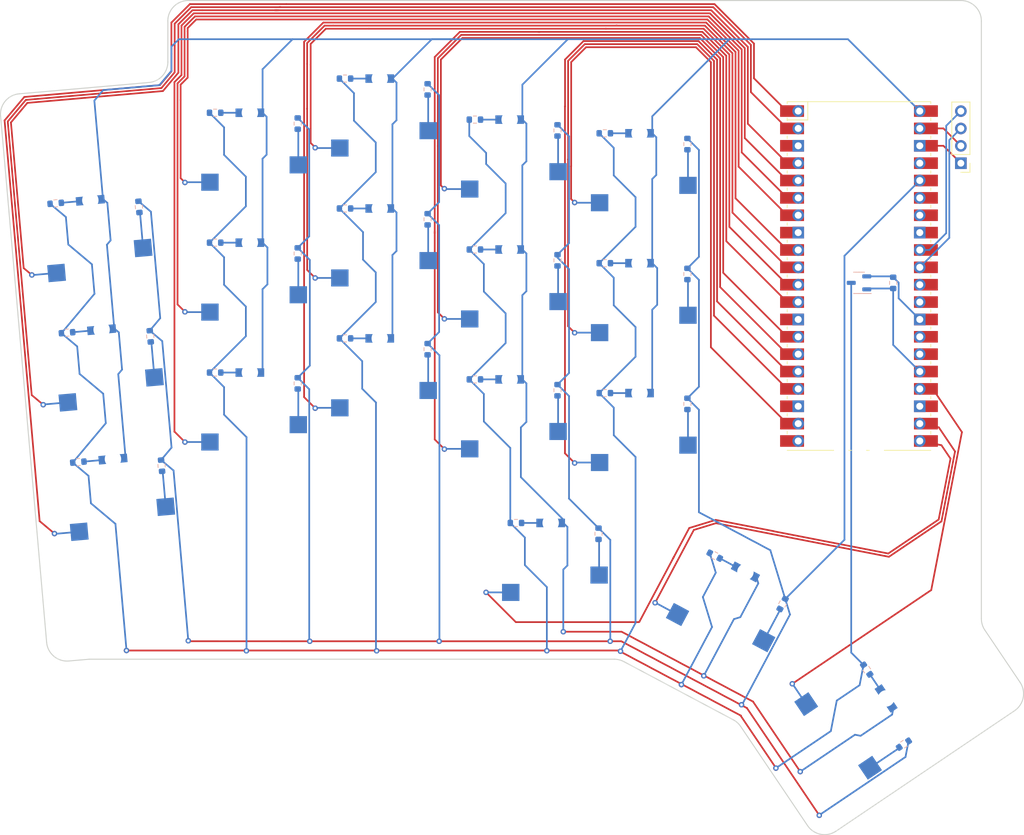
<source format=kicad_pcb>
(kicad_pcb (version 20221018) (generator pcbnew)
  (title_block (title "keeb") (rev "v1.0.0") (company "Unknown"))
  (layers (0 "F.Cu" signal) (31 "B.Cu" signal) (34 "B.Paste" user) (35 "F.Paste" user) (36 "B.SilkS" user "B.Silkscreen") (37 "F.SilkS" user "F.Silkscreen") (38 "B.Mask" user) (39 "F.Mask" user) (44 "Edge.Cuts" user))
  (net 0 "")
  (net 1 "LED_GATE")
  (net 2 "GND")
  (net 3 "LED_MOSFET_DRAIN")
  (net 4 "matrix_pinky_bottom_LED")
  (net 5 "VBUS")
  (net 6 "matrix_pinky_home_LED")
  (net 7 "matrix_pinky_top_LED")
  (net 8 "matrix_ring_bottom_LED")
  (net 9 "matrix_ring_home_LED")
  (net 10 "matrix_ring_top_LED")
  (net 11 "matrix_middle_bottom_LED")
  (net 12 "matrix_middle_home_LED")
  (net 13 "matrix_middle_top_LED")
  (net 14 "matrix_index_bottom_LED")
  (net 15 "matrix_index_home_LED")
  (net 16 "matrix_index_top_LED")
  (net 17 "matrix_inner_bottom_LED")
  (net 18 "matrix_inner_home_LED")
  (net 19 "matrix_inner_top_LED")
  (net 20 "thumbfan_near_thumb_LED")
  (net 21 "thumbfan_home_thumb_LED")
  (net 22 "thumbfan_far_thumb_LED")
  (net 23 "matrix_pinky_bottom_R")
  (net 24 "matrix_pinky_bottom")
  (net 25 "matrix_pinky_home_R")
  (net 26 "matrix_pinky_home")
  (net 27 "matrix_pinky_top_R")
  (net 28 "matrix_pinky_top")
  (net 29 "matrix_ring_bottom_R")
  (net 30 "matrix_ring_bottom")
  (net 31 "matrix_ring_home_R")
  (net 32 "matrix_ring_home")
  (net 33 "matrix_ring_top_R")
  (net 34 "matrix_ring_top")
  (net 35 "matrix_middle_bottom_R")
  (net 36 "matrix_middle_bottom")
  (net 37 "matrix_middle_home_R")
  (net 38 "matrix_middle_home")
  (net 39 "matrix_middle_top_R")
  (net 40 "matrix_middle_top")
  (net 41 "matrix_index_bottom_R")
  (net 42 "matrix_index_bottom")
  (net 43 "matrix_index_home_R")
  (net 44 "matrix_index_home")
  (net 45 "matrix_index_top_R")
  (net 46 "matrix_index_top")
  (net 47 "matrix_inner_bottom_R")
  (net 48 "matrix_inner_bottom")
  (net 49 "matrix_inner_home_R")
  (net 50 "matrix_inner_home")
  (net 51 "matrix_inner_top_R")
  (net 52 "matrix_inner_top")
  (net 53 "thumbfan_near_thumb_R")
  (net 54 "thumbfan_near_thumb")
  (net 55 "thumbfan_home_thumb_R")
  (net 56 "thumbfan_home_thumb")
  (net 57 "thumbfan_far_thumb_R")
  (net 58 "thumbfan_far_thumb")
  (net 59 "V3")
  (net 60 "VSYS")
  (net 61 "SDA")
  (net 62 "SCL")
  (net 63 "AGND")
  (net 64 "V3_EN")
  (net 65 "RUN")
  (net 66 "ADC_VREF")
  (net 67 "GP20")
  (net 68 "GP21")
  (net 69 "GP22")
  (net 70 "GP28")
  (footprint "MX" (layer "F.Cu") (at 198.604644 185.616722 180)
    (fp_text reference "S4" hide)
    (fp_text value "" hide)
  )
  (footprint "MX" (layer "F.Cu") (at 198.604637 147.616718 180)
    (fp_text reference "S6" hide)
    (fp_text value "" hide)
  )
  (footprint "MX" (layer "F.Cu") (at 242.604637 207.616721 180)
    (fp_text reference "S16" hide)
    (fp_text value "" hide)
  )
  (footprint "MX" (layer "F.Cu") (at 236.60464 148.616719 180)
    (fp_text reference "S12" hide)
    (fp_text value "" hide)
  )
  (footprint "LED_1305_3412Metric" (layer "F.Cu") (at 175.266517 155.337374 5)
    (fp_text reference "LED3" hide)
    (fp_text value "" hide)
  )
  (footprint "LED_1305_3412Metric" (layer "F.Cu") (at 255.604641 183.536717)
    (fp_text reference "LED13" hide)
    (fp_text value "" hide)
  )
  (footprint "LED_1305_3412Metric" (layer "F.Cu") (at 198.604637 180.536717)
    (fp_text reference "LED4" hide)
    (fp_text value "" hide)
  )
  (footprint "LED_1305_3412Metric" (layer "F.Cu") (at 236.60464 181.536717)
    (fp_text reference "LED10" hide)
    (fp_text value "" hide)
  )
  (footprint "PinHeader_1x04_P2.54mm_Vertical" (layer "F.Cu") (at 302.604639 149.916714 180)
    (fp_text reference "_1" hide)
    (fp_text value "" hide)
  )
  (footprint "LED_1305_3412Metric" (layer "F.Cu") (at 271.089435 209.701104 -28)
    (fp_text reference "LED17" hide)
    (fp_text value "" hide)
  )
  (footprint "LED_1305_3412Metric" (layer "F.Cu") (at 198.604638 161.536717)
    (fp_text reference "LED5" hide)
    (fp_text value "" hide)
  )
  (footprint "LED_1305_3412Metric" (layer "F.Cu") (at 217.604638 137.536721)
    (fp_text reference "LED9" hide)
    (fp_text value "" hide)
  )
  (footprint "MX" (layer "F.Cu") (at 217.604643 161.616718 180)
    (fp_text reference "S8" hide)
    (fp_text value "" hide)
  )
  (footprint "MX" (layer "F.Cu") (at 255.60464 169.616723 180)
    (fp_text reference "S14" hide)
    (fp_text value "" hide)
  )
  (footprint "MX" (layer "F.Cu") (at 236.604643 167.616717 180)
    (fp_text reference "S11" hide)
    (fp_text value "" hide)
  )
  (footprint "MX" (layer "F.Cu") (at 177.36523 179.325745 -175)
    (fp_text reference "S2" hide)
    (fp_text value "" hide)
  )
  (footprint "LED_1305_3412Metric" (layer "F.Cu") (at 217.604639 175.536717)
    (fp_text reference "LED7" hide)
    (fp_text value "" hide)
  )
  (footprint "MX" (layer "F.Cu") (at 255.604643 150.616719 180)
    (fp_text reference "S15" hide)
    (fp_text value "" hide)
  )
  (footprint "LED_1305_3412Metric" (layer "F.Cu") (at 178.578436 193.19278 5)
    (fp_text reference "LED1" hide)
    (fp_text value "" hide)
  )
  (footprint "LED_1305_3412Metric" (layer "F.Cu") (at 236.604638 162.536714)
    (fp_text reference "LED11" hide)
    (fp_text value "" hide)
  )
  (footprint "LED_1305_3412Metric" (layer "F.Cu") (at 291.671321 228.200569 -56)
    (fp_text reference "LED18" hide)
    (fp_text value "" hide)
  )
  (footprint "MX" (layer "F.Cu") (at 217.604642 180.616716 180)
    (fp_text reference "S7" hide)
    (fp_text value "" hide)
  )
  (footprint "MX" (layer "F.Cu") (at 287.459813 231.041268 124)
    (fp_text reference "S18" hide)
    (fp_text value "" hide)
  )
  (footprint "MX" (layer "F.Cu") (at 217.604641 142.616721 180)
    (fp_text reference "S9" hide)
    (fp_text value "" hide)
  )
  (footprint "MX" (layer "F.Cu") (at 236.604642 186.616721 180)
    (fp_text reference "S10" hide)
    (fp_text value "" hide)
  )
  (footprint "LED_1305_3412Metric" (layer "F.Cu") (at 217.604641 156.53672)
    (fp_text reference "LED8" hide)
    (fp_text value "" hide)
  )
  (footprint "LED_1305_3412Metric" (layer "F.Cu") (at 242.604638 202.536721)
    (fp_text reference "LED16" hide)
    (fp_text value "" hide)
  )
  (footprint "MX" (layer "F.Cu") (at 268.70452 214.186478 152)
    (fp_text reference "S17" hide)
    (fp_text value "" hide)
  )
  (footprint "MX" (layer "F.Cu") (at 255.604642 188.616716 180)
    (fp_text reference "S13" hide)
    (fp_text value "" hide)
  )
  (footprint "MX" (layer "F.Cu") (at 198.604637 166.616715 180)
    (fp_text reference "S5" hide)
    (fp_text value "" hide)
  )
  (footprint "LED_1305_3412Metric" (layer "F.Cu") (at 255.604639 164.536722)
    (fp_text reference "LED14" hide)
    (fp_text value "" hide)
  )
  (footprint "LED_1305_3412Metric" (layer "F.Cu") (at 176.922479 174.265077 5)
    (fp_text reference "LED2" hide)
    (fp_text value "" hide)
  )
  (footprint "LED_1305_3412Metric" (layer "F.Cu") (at 198.604638 142.536719)
    (fp_text reference "LED6" hide)
    (fp_text value "" hide)
  )
  (footprint "MX" (layer "F.Cu") (at 175.709269 160.398045 -175)
    (fp_text reference "S3" hide)
    (fp_text value "" hide)
  )
  (footprint "RPi_Pico_SMD_TH" (layer "F.Cu") (at 287.704642 166.416716)
    (fp_text reference "MCU1" hide)
    (fp_text value "" hide)
  )
  (footprint "LED_1305_3412Metric" (layer "F.Cu") (at 236.604641 143.536722)
    (fp_text reference "LED12" hide)
    (fp_text value "" hide)
  )
  (footprint "LED_1305_3412Metric" (layer "F.Cu") (at 255.604642 145.536716)
    (fp_text reference "LED15" hide)
    (fp_text value "" hide)
  )
  (footprint "MX" (layer "F.Cu") (at 179.021184 198.253447 -175)
    (fp_text reference "S1" hide)
    (fp_text value "" hide)
  )
  (footprint "R_0603_1608Metric" (layer "B.Cu") (at 224.604638 139.116715 90)
    (fp_text reference "R29" hide)
    (fp_text value "" hide)
  )
  (footprint "R_0603_1608Metric" (layer "B.Cu") (at 250.524642 145.536718)
    (fp_text reference "R17" hide)
    (fp_text value "" hide)
  )
  (footprint "R_0603_1608Metric" (layer "B.Cu") (at 288.83062 223.98906 -56)
    (fp_text reference "R20" hide)
    (fp_text value "" hide)
  )
  (footprint "R_0603_1608Metric" (layer "B.Cu") (at 212.524636 137.536717)
    (fp_text reference "R11" hide)
    (fp_text value "" hide)
  )
  (footprint "R_0603_1608Metric" (layer "B.Cu") (at 182.377588 156.301276 95)
    (fp_text reference "R23" hide)
    (fp_text value "" hide)
  )
  (footprint "R_0603_1608Metric" (layer "B.Cu") (at 237.524637 202.536717)
    (fp_text reference "R18" hide)
    (fp_text value "" hide)
  )
  (footprint "R_0603_1608Metric" (layer "B.Cu") (at 184.033548 175.228977 95)
    (fp_text reference "R22" hide)
    (fp_text value "" hide)
  )
  (footprint "SOT-23-3" (layer "B.Cu") (at 287.704641 167.416721 180)
    (fp_text reference "M1" hide)
    (fp_text value "" hide)
  )
  (footprint "R_0603_1608Metric" (layer "B.Cu") (at 231.524641 181.536717)
    (fp_text reference "R12" hide)
    (fp_text value "" hide)
  )
  (footprint "R_0603_1608Metric" (layer "B.Cu") (at 170.205849 155.780126 5)
    (fp_text reference "R5" hide)
    (fp_text value "" hide)
  )
  (footprint "R_0603_1608Metric" (layer "B.Cu") (at 224.604642 158.116719 90)
    (fp_text reference "R28" hide)
    (fp_text value "" hide)
  )
  (footprint "R_0603_1608Metric" (layer "B.Cu") (at 193.524638 142.536719)
    (fp_text reference "R8" hide)
    (fp_text value "" hide)
  )
  (footprint "R_0603_1608Metric" (layer "B.Cu") (at 224.604643 177.116716 90)
    (fp_text reference "R27" hide)
    (fp_text value "" hide)
  )
  (footprint "R_0603_1608Metric" (layer "B.Cu") (at 193.524639 161.536717)
    (fp_text reference "R7" hide)
    (fp_text value "" hide)
  )
  (footprint "R_0603_1608Metric" (layer "B.Cu") (at 212.524639 175.536718)
    (fp_text reference "R9" hide)
    (fp_text value "" hide)
  )
  (footprint "R_0603_1608Metric" (layer "B.Cu") (at 205.604638 163.116714 90)
    (fp_text reference "R25" hide)
    (fp_text value "" hide)
  )
  (footprint "R_0603_1608Metric" (layer "B.Cu") (at 212.524639 156.53672)
    (fp_text reference "R10" hide)
    (fp_text value "" hide)
  )
  (footprint "R_0603_1608Metric" (layer "B.Cu") (at 262.604639 185.116719 90)
    (fp_text reference "R33" hide)
    (fp_text value "" hide)
  )
  (footprint "R_0603_1608Metric" (layer "B.Cu") (at 231.52464 162.536719)
    (fp_text reference "R13" hide)
    (fp_text value "" hide)
  )
  (footprint "R_0603_1608Metric" (layer "B.Cu") (at 294.27579 234.887352 34)
    (fp_text reference "R38" hide)
    (fp_text value "" hide)
  )
  (footprint "R_0603_1608Metric" (layer "B.Cu") (at 193.524638 180.536716)
    (fp_text reference "R6" hide)
    (fp_text value "" hide)
  )
  (footprint "R_0603_1608Metric" (layer "B.Cu") (at 205.604641 182.116718 90)
    (fp_text reference "R24" hide)
    (fp_text value "" hide)
  )
  (footprint "R_0603_1608Metric" (layer "B.Cu") (at 250.52464 164.536721)
    (fp_text reference "R16" hide)
    (fp_text value "" hide)
  )
  (footprint "R_0603_1608Metric" (layer "B.Cu") (at 205.60464 144.116721 90)
    (fp_text reference "R26" hide)
    (fp_text value "" hide)
  )
  (footprint "R_0603_1608Metric" (layer "B.Cu") (at 276.528305 214.382463 62)
    (fp_text reference "R37" hide)
    (fp_text value "" hide)
  )
  (footprint "R_0603_1608Metric" (layer "B.Cu") (at 173.517767 193.635531 5)
    (fp_text reference "R3" hide)
    (fp_text value "" hide)
  )
  (footprint "R_0603_1608Metric" (layer "B.Cu") (at 243.60464 183.116717 90)
    (fp_text reference "R30" hide)
    (fp_text value "" hide)
  )
  (footprint "R_0603_1608Metric" (layer "B.Cu") (at 292.704641 167.416719 90)
    (fp_text reference "R1" hide)
    (fp_text value "" hide)
  )
  (footprint "R_0603_1608Metric" (layer "B.Cu") (at 262.604639 166.11672 90)
    (fp_text reference "R34" hide)
    (fp_text value "" hide)
  )
  (footprint "R_0603_1608Metric" (layer "B.Cu") (at 185.689506 194.156672 95)
    (fp_text reference "R21" hide)
    (fp_text value "" hide)
  )
  (footprint "R_0603_1608Metric" (layer "B.Cu") (at 266.604062 207.31619 -28)
    (fp_text reference "R19" hide)
    (fp_text value "" hide)
  )
  (footprint "R_0603_1608Metric" (layer "B.Cu") (at 243.60464 145.116718 90)
    (fp_text reference "R32" hide)
    (fp_text value "" hide)
  )
  (footprint "R_0603_1608Metric" (layer "B.Cu") (at 249.604638 204.116714 90)
    (fp_text reference "R36" hide)
    (fp_text value "" hide)
  )
  (footprint "R_0603_1608Metric" (layer "B.Cu") (at 262.60464 147.116718 90)
    (fp_text reference "R35" hide)
    (fp_text value "" hide)
  )
  (footprint "R_0603_1608Metric" (layer "B.Cu") (at 231.52464 143.536722)
    (fp_text reference "R14" hide)
    (fp_text value "" hide)
  )
  (footprint "R_0603_1608Metric" (layer "B.Cu") (at 243.604642 164.116717 90)
    (fp_text reference "R31" hide)
    (fp_text value "" hide)
  )
  (footprint "R_0603_1608Metric" (layer "B.Cu") (at 250.52464 183.536721)
    (fp_text reference "R15" hide)
    (fp_text value "" hide)
  )
  (footprint "R_0603_1608Metric" (layer "B.Cu") (at 171.86181 174.70783 5)
    (fp_text reference "R4" hide)
    (fp_text value "" hide)
  )
  (gr_line (start 175.107116 222.466719) (end 251.898084 222.466716) (stroke (width 0.15)) (layer "Edge.Cuts"))
  (gr_arc (start 251.898084 222.466716) (mid 252.623855 222.555816) (end 253.306499 222.817874) (stroke (width 0.15)) (layer "Edge.Cuts"))
  (gr_arc (start 172.127995 222.727356) (mid 169.938187 222.036899) (end 168.877945 220.000241) (stroke (width 0.15)) (layer "Edge.Cuts"))
  (gr_line (start 186.604639 135.113707) (end 186.604638 129.116716) (stroke (width 0.15)) (layer "Edge.Cuts"))
  (gr_line (start 270.399124 232.303898) (end 280.181342 246.80662) (stroke (width 0.15)) (layer "Edge.Cuts"))
  (gr_line (start 306.117527 218.21555) (end 311.26196 225.84248) (stroke (width 0.15)) (layer "Edge.Cuts"))
  (gr_arc (start 162.142548 143.014311) (mid 162.832988 140.824461) (end 164.869666 139.764264) (stroke (width 0.15)) (layer "Edge.Cuts"))
  (gr_arc (start 302.604638 126.116716) (mid 304.725989 126.995369) (end 305.60464 129.116723) (stroke (width 0.15)) (layer "Edge.Cuts"))
  (gr_line (start 175.107116 222.466719) (end 172.127997 222.727361) (stroke (width 0.15)) (layer "Edge.Cuts"))
  (gr_line (start 305.604635 216.537967) (end 305.60464 129.116723) (stroke (width 0.15)) (layer "Edge.Cuts"))
  (gr_arc (start 306.117525 218.21555) (mid 305.735697 217.41509) (end 305.604635 216.537967) (stroke (width 0.15)) (layer "Edge.Cuts"))
  (gr_line (start 284.346028 247.616152) (end 310.452422 230.007167) (stroke (width 0.15)) (layer "Edge.Cuts"))
  (gr_arc (start 186.604638 129.116716) (mid 187.483316 126.995396) (end 189.604636 126.116714) (stroke (width 0.15)) (layer "Edge.Cuts"))
  (gr_line (start 162.142548 143.014311) (end 168.877945 220.000241) (stroke (width 0.15)) (layer "Edge.Cuts"))
  (gr_line (start 189.604636 126.116714) (end 302.604638 126.116716) (stroke (width 0.15)) (layer "Edge.Cuts"))
  (gr_arc (start 311.261959 225.842482) (mid 311.719698 228.092469) (end 310.452422 230.007167) (stroke (width 0.15)) (layer "Edge.Cuts"))
  (gr_line (start 253.306499 222.817874) (end 269.320432 231.332629) (stroke (width 0.15)) (layer "Edge.Cuts"))
  (gr_arc (start 269.320432 231.332629) (mid 269.91941 231.752039) (end 270.399124 232.303898) (stroke (width 0.15)) (layer "Edge.Cuts"))
  (gr_line (start 164.869666 139.764264) (end 183.866108 138.102292) (stroke (width 0.15)) (layer "Edge.Cuts"))
  (gr_arc (start 186.604639 135.113707) (mid 185.816476 137.140483) (end 183.866108 138.102292) (stroke (width 0.15)) (layer "Edge.Cuts"))
  (gr_arc (start 284.346028 247.616152) (mid 282.096018 248.073908) (end 280.181342 246.80662) (stroke (width 0.15)) (layer "Edge.Cuts"))
  (segment (start 292.704641 176.496715) (end 296.594642 180.386716) (width 0.25) (layer "B.Cu") (net 1))
  (segment (start 292.704641 168.24172) (end 292.704641 176.496715) (width 0.25) (layer "B.Cu") (net 1))
  (segment (start 288.967142 168.24172) (end 288.842141 168.366721) (width 0.25) (layer "B.Cu") (net 1))
  (segment (start 292.704641 168.24172) (end 288.967142 168.24172) (width 0.25) (layer "B.Cu") (net 1))
  (segment (start 300.05464 147.366716) (end 296.594642 147.366715) (width 0.25) (layer "F.Cu") (net 2))
  (segment (start 302.604639 149.916714) (end 300.05464 147.366716) (width 0.25) (layer "F.Cu") (net 2))
  (segment (start 292.704641 166.591719) (end 293.504641 167.39172) (width 0.25) (layer "B.Cu") (net 2))
  (segment (start 292.579642 166.46672) (end 292.704641 166.591719) (width 0.25) (layer "B.Cu") (net 2))
  (segment (start 293.504641 167.39172) (end 293.504641 169.676715) (width 0.25) (layer "B.Cu") (net 2))
  (segment (start 293.504641 169.676715) (end 296.594642 172.766715) (width 0.25) (layer "B.Cu") (net 2))
  (segment (start 288.842141 166.466721) (end 292.579642 166.46672) (width 0.25) (layer "B.Cu") (net 2))
  (segment (start 270.371022 230.692005) (end 270.453935 230.736092) (width 0.25) (layer "F.Cu") (net 3))
  (segment (start 198.144746 221.192016) (end 217.09967 221.192017) (width 0.25) (layer "F.Cu") (net 3))
  (segment (start 198.097208 221.239557) (end 198.144746 221.192016) (width 0.25) (layer "F.Cu") (net 3))
  (segment (start 252.504141 221.192015) (end 270.371022 230.692005) (width 0.25) (layer "F.Cu") (net 3))
  (segment (start 180.554886 221.192016) (end 198.049669 221.192018) (width 0.25) (layer "F.Cu") (net 3))
  (segment (start 217.147205 221.239556) (end 217.194744 221.192016) (width 0.25) (layer "F.Cu") (net 3))
  (segment (start 270.371022 230.692005) (end 275.5553 238.378014) (width 0.25) (layer "F.Cu") (net 3))
  (segment (start 275.5553 238.378014) (end 275.551086 238.399696) (width 0.25) (layer "F.Cu") (net 3))
  (segment (start 198.049669 221.192018) (end 198.097208 221.239557) (width 0.25) (layer "F.Cu") (net 3))
  (segment (start 217.194744 221.192016) (end 252.504141 221.192015) (width 0.25) (layer "F.Cu") (net 3))
  (segment (start 217.09967 221.192017) (end 217.147205 221.239556) (width 0.25) (layer "F.Cu") (net 3))
  (via (at 217.147205 221.239556) (size 0.8) (drill 0.4) (layers "F.Cu" "B.Cu") (net 3))
  (via (at 275.551086 238.399696) (size 0.8) (drill 0.4) (layers "F.Cu" "B.Cu") (net 3))
  (via (at 180.554886 221.192016) (size 0.8) (drill 0.4) (layers "F.Cu" "B.Cu") (net 3))
  (via (at 261.729473 226.180262) (size 0.8) (drill 0.4) (layers "F.Cu" "B.Cu") (net 3))
  (via (at 242.044587 221.228479) (size 0.8) (drill 0.4) (layers "F.Cu" "B.Cu") (net 3))
  (via (at 198.097208 221.239557) (size 0.8) (drill 0.4) (layers "F.Cu" "B.Cu") (net 3))
  (via (at 252.818349 221.298296) (size 0.8) (drill 0.4) (layers "F.Cu" "B.Cu") (net 3))
  (segment (start 177.154628 183.630694) (end 177.531991 187.944005) (width 0.25) (layer "B.Cu") (net 3))
  (segment (start 175.876036 169.016311) (end 171.039947 174.779733) (width 0.25) (layer "B.Cu") (net 3))
  (segment (start 194.830537 186.69783) (end 198.11467 189.981962) (width 0.25) (layer "B.Cu") (net 3))
  (segment (start 178.940174 202.667129) (end 180.560323 221.185537) (width 0.25) (layer "B.Cu") (net 3))
  (segment (start 255.019639 159.21672) (end 249.699643 164.536719) (width 0.25) (layer "B.Cu") (net 3))
  (segment (start 194.830539 148.697832) (end 198.019641 151.886927) (width 0.25) (layer "B.Cu") (net 3))
  (segment (start 180.560323 221.185537) (end 180.554886 221.192016) (width 0.25) (layer "B.Cu") (net 3))
  (segment (start 194.83054 182.667618) (end 194.830537 186.69783) (width 0.25) (layer "B.Cu") (net 3))
  (segment (start 238.830537 204.667617) (end 238.830537 208.697834) (width 0.25) (layer "B.Cu") (net 3))
  (segment (start 211.699638 156.536718) (end 215.155741 159.99282) (width 0.25) (layer "B.Cu") (net 3))
  (segment (start 236.019638 171.886932) (end 236.01964 176.216718) (width 0.25) (layer "B.Cu") (net 3))
  (segment (start 255.019638 173.886929) (end 255.019638 178.216717) (width 0.25) (layer "B.Cu") (net 3))
  (segment (start 217.019639 151.216718) (end 211.699638 156.536718) (width 0.25) (layer "B.Cu") (net 3))
  (segment (start 215.038855 178.875938) (end 215.038855 182.90615) (width 0.25) (layer "B.Cu") (net 3))
  (segment (start 211.699639 137.536718) (end 213.830542 139.667618) (width 0.25) (layer "B.Cu") (net 3))
  (segment (start 230.699642 145.944896) (end 233.166674 148.411932) (width 0.25) (layer "B.Cu") (net 3))
  (segment (start 217.049156 221.141503) (end 217.147205 221.239556) (width 0.25) (layer "B.Cu") (net 3))
  (segment (start 255.019638 154.886928) (end 255.019639 159.21672) (width 0.25) (layer "B.Cu") (net 3))
  (segment (start 192.69964 142.536717) (end 194.83054 144.66762) (width 0.25) (layer "B.Cu") (net 3))
  (segment (start 251.83054 151.697829) (end 255.019638 154.886928) (width 0.25) (layer "B.Cu") (net 3))
  (segment (start 230.699637 143.536718) (end 230.699642 145.944896) (width 0.25) (layer "B.Cu") (net 3))
  (segment (start 255.019642 192.886931) (end 255.01964 217.150779) (width 0.25) (layer "B.Cu") (net 3))
  (segment (start 173.34846 176.7168) (end 173.699717 180.73168) (width 0.25) (layer "B.Cu") (net 3))
  (segment (start 288.369286 223.305104) (end 286.567141 221.502959) (width 0.25) (layer "B.Cu") (net 3))
  (segment (start 213.830542 139.667618) (end 213.83054 143.697829) (width 0.25) (layer "B.Cu") (net 3))
  (segment (start 251.83054 166.667621) (end 251.830541 170.697832) (width 0.25) (layer "B.Cu") (net 3))
  (segment (start 233.166674 148.411932) (end 233.16667 150.033963) (width 0.25) (layer "B.Cu") (net 3))
  (segment (start 175.004421 195.644501) (end 175.355677 199.659379) (width 0.25) (layer "B.Cu") (net 3))
  (segment (start 249.699639 145.536718) (end 251.830539 147.667614) (width 0.25) (layer "B.Cu") (net 3))
  (segment (start 217.049155 184.916448) (end 217.049156 221.141503) (width 0.25) (layer "B.Cu") (net 3))
  (segment (start 173.699717 180.73168) (end 177.154628 183.630694) (width 0.25) (layer "B.Cu") (net 3))
  (segment (start 215.155741 159.99282) (end 215.155742 164.023029) (width 0.25) (layer "B.Cu") (net 3))
  (segment (start 230.699637 162.53672) (end 232.830537 164.66762) (width 0.25) (layer "B.Cu") (net 3))
  (segment (start 175.498667 164.702995) (end 175.876036 169.016311) (width 0.25) (layer "B.Cu") (net 3))
  (segment (start 215.155742 164.023029) (end 217.019641 165.886928) (width 0.25) (layer "B.Cu") (net 3))
  (segment (start 288.369287 223.305104) (end 287.794275 226.263282) (width 0.25) (layer "B.Cu") (net 3))
  (segment (start 198.019639 175.216718) (end 192.699636 180.536718) (width 0.25) (layer "B.Cu") (net 3))
  (segment (start 236.01964 152.886928) (end 236.01964 157.216717) (width 0.25) (layer "B.Cu") (net 3))
  (segment (start 286.567141 221.502959) (end 286.567141 167.416721) (width 0.25) (layer "B.Cu") (net 3))
  (segment (start 236.01964 176.216718) (end 230.699639 181.53672) (width 0.25) (layer "B.Cu") (net 3))
  (segment (start 266.20688 217.759488) (end 261.729473 226.180262) (width 0.25) (layer "B.Cu") (net 3))
  (segment (start 230.699639 181.53672) (end 232.830541 183.667616) (width 0.25) (layer "B.Cu") (net 3))
  (segment (start 264.864636 213.369213) (end 266.20688 217.759488) (width 0.25) (layer "B.Cu") (net 3))
  (segment (start 236.01964 157.216717) (end 230.699637 162.53672) (width 0.25) (layer "B.Cu") (net 3))
  (segment (start 192.699636 180.536718) (end 194.83054 182.667618) (width 0.25) (layer "B.Cu") (net 3))
  (segment (start 265.875629 206.928877) (end 266.756705 209.810747) (width 0.25) (layer "B.Cu") (net 3))
  (segment (start 217.019641 146.886929) (end 217.019639 151.216718) (width 0.25) (layer "B.Cu") (net 3))
  (segment (start 255.019638 178.216717) (end 249.699642 183.53672) (width 0.25) (layer "B.Cu") (net 3))
  (segment (start 217.019641 165.886928) (end 217.019643 170.216716) (width 0.25) (layer "B.Cu") (net 3))
  (segment (start 213.83054 143.697829) (end 217.019641 146.886929) (width 0.25) (layer "B.Cu") (net 3))
  (segment (start 238.830537 208.697834) (end 242.044587 211.911884) (width 0.25) (layer "B.Cu") (net 3))
  (segment (start 242.044587 211.911884) (end 242.044587 221.228479) (width 0.25) (layer "B.Cu") (net 3))
  (segment (start 284.453079 228.516947) (end 283.585465 232.980438) (width 0.25) (layer "B.Cu") (net 3))
  (segment (start 283.585465 232.980438) (end 275.551086 238.399696) (width 0.25) (layer "B.Cu") (net 3))
  (segment (start 211.699638 175.536715) (end 215.038855 178.875938) (width 0.25) (layer "B.Cu") (net 3))
  (segment (start 198.01964 170.886931) (end 198.019639 175.216718) (width 0.25) (layer "B.Cu") (net 3))
  (segment (start 287.794275 226.263282) (end 284.453079 228.516947) (width 0.25) (layer "B.Cu") (net 3))
  (segment (start 194.830537 167.697831) (end 198.01964 170.886931) (width 0.25) (layer "B.Cu") (net 3))
  (segment (start 198.019641 151.886927) (end 198.01964 156.216717) (width 0.25) (layer "B.Cu") (net 3))
  (segment (start 232.830541 183.667616) (end 232.830538 187.697828) (width 0.25) (layer "B.Cu") (net 3))
  (segment (start 232.830537 164.66762) (end 232.830537 168.697831) (width 0.25) (layer "B.Cu") (net 3))
  (segment (start 192.699638 161.536718) (end 194.83054 163.667618) (width 0.25) (layer "B.Cu") (net 3))
  (segment (start 251.830541 170.697832) (end 255.019638 173.886929) (width 0.25) (layer "B.Cu") (net 3))
  (segment (start 169.383988 155.852033) (end 171.692497 157.789104) (width 0.25) (layer "B.Cu") (net 3))
  (segment (start 233.16667 150.033963) (end 236.01964 152.886928) (width 0.25) (layer "B.Cu") (net 3))
  (segment (start 266.756705 209.810747) (end 264.864636 213.369213) (width 0.25) (layer "B.Cu") (net 3))
  (segment (start 249.699642 183.53672) (end 251.835673 185.672753) (width 0.25) (layer "B.Cu") (net 3))
  (segment (start 215.038855 182.90615) (end 217.049155 184.916448) (width 0.25) (layer "B.Cu") (net 3))
  (segment (start 232.830538 187.697828) (end 236.69964 191.566926) (width 0.25) (layer "B.Cu") (net 3))
  (segment (start 180.554886 221.192016) (end 180.561364 221.197456) (width 0.25) (layer "B.Cu") (net 3))
  (segment (start 251.830539 147.667614) (end 251.83054 151.697829) (width 0.25) (layer "B.Cu") (net 3))
  (segment (start 236.699637 202.536717) (end 238.830537 204.667617) (width 0.25) (layer "B.Cu") (net 3))
  (segment (start 232.830537 168.697831) (end 236.019638 171.886932) (width 0.25) (layer "B.Cu") (net 3))
  (segment (start 194.83054 163.667618) (end 194.830537 167.697831) (width 0.25) (layer "B.Cu") (net 3))
  (segment (start 255.021092 217.155535) (end 252.818349 221.298296) (width 0.25) (layer "B.Cu") (net 3))
  (segment (start 249.699643 164.536719) (end 251.83054 166.667621) (width 0.25) (layer "B.Cu") (net 3))
  (segment (start 217.019643 170.216716) (end 211.699638 175.536715) (width 0.25) (layer "B.Cu") (net 3))
  (segment (start 255.01964 217.150779) (end 255.021092 217.155535) (width 0.25) (layer "B.Cu") (net 3))
  (segment (start 236.69964 191.566926) (end 236.699641 202.536718) (width 0.25) (layer "B.Cu") (net 3))
  (segment (start 171.039947 174.779733) (end 173.34846 176.7168) (width 0.25) (layer "B.Cu") (net 3))
  (segment (start 171.692497 157.789104) (end 172.043755 161.80398) (width 0.25) (layer "B.Cu") (net 3))
  (segment (start 175.355677 199.659379) (end 178.940174 202.667129) (width 0.25) (layer "B.Cu") (net 3))
  (segment (start 194.83054 144.66762) (end 194.830539 148.697832) (width 0.25) (layer "B.Cu") (net 3))
  (segment (start 251.835673 185.672753) (end 251.835671 189.702962) (width 0.25) (layer "B.Cu") (net 3))
  (segment (start 172.043755 161.80398) (end 175.498667 164.702995) (width 0.25) (layer "B.Cu") (net 3))
  (segment (start 198.01964 156.216717) (end 192.699638 161.536718) (width 0.25) (layer "B.Cu") (net 3))
  (segment (start 177.531991 187.944005) (end 172.695905 193.707429) (width 0.25) (layer "B.Cu") (net 3))
  (segment (start 251.835671 189.702962) (end 255.019642 192.886931) (width 0.25) (layer "B.Cu") (net 3))
  (segment (start 172.695905 193.707429) (end 175.004421 195.644501) (width 0.25) (layer "B.Cu") (net 3))
  (segment (start 198.11467 189.981962) (end 198.114674 221.064315) (width 0.25) (layer "B.Cu") (net 3))
  (segment (start 176.725515 193.354884) (end 174.339622 193.563623) (width 0.25) (layer "B.Cu") (net 4))
  (segment (start 244.452208 218.445556) (end 252.979142 218.445556) (width 0.25) (layer "F.Cu") (net 5))
  (segment (start 272.222763 228.695885) (end 279.111461 238.908799) (width 0.25) (layer "F.Cu") (net 5))
  (segment (start 252.979142 218.445556) (end 272.225989 228.679285) (width 0.25) (layer "F.Cu") (net 5))
  (segment (start 272.225989 228.679285) (end 272.222763 228.695885) (width 0.25) (layer "F.Cu") (net 5))
  (via (at 279.111461 238.908799) (size 0.8) (drill 0.4) (layers "F.Cu" "B.Cu") (net 5))
  (via (at 244.452208 218.445556) (size 0.8) (drill 0.4) (layers "F.Cu" "B.Cu") (net 5))
  (via (at 264.999974 224.898654) (size 0.8) (drill 0.4) (layers "F.Cu" "B.Cu") (net 5))
  (segment (start 219.459636 144.224989) (end 220.053535 143.631085) (width 0.25) (layer "B.Cu") (net 5))
  (segment (start 200.464641 136.169536) (end 204.857154 131.77702) (width 0.25) (layer "B.Cu") (net 5))
  (segment (start 187.129643 136.396482) (end 187.12964 132.867535) (width 0.25) (layer "B.Cu") (net 5))
  (segment (start 228.606154 131.777017) (end 245.116154 131.77702) (width 0.25) (layer "B.Cu") (net 5))
  (segment (start 239.05354 182.125616) (end 239.053542 187.753028) (width 0.25) (layer "B.Cu") (net 5))
  (segment (start 257.459643 152.224988) (end 258.053541 151.631084) (width 0.25) (layer "B.Cu") (net 5))
  (segment (start 245.116154 131.77702) (end 268.738159 131.777019) (width 0.25) (layer "B.Cu") (net 5))
  (segment (start 219.464638 175.536719) (end 219.45964 175.531719) (width 0.25) (layer "B.Cu") (net 5))
  (segment (start 220.05354 162.753034) (end 220.05354 157.12562) (width 0.25) (layer "B.Cu") (net 5))
  (segment (start 225.224341 131.777019) (end 228.606154 131.777017) (width 0.25) (layer "B.Cu") (net 5))
  (segment (start 179.353339 180.766222) (end 179.909763 180.103102) (width 0.25) (layer "B.Cu") (net 5))
  (segment (start 238.464638 162.53672) (end 239.05354 163.12562) (width 0.25) (layer "B.Cu") (net 5))
  (segment (start 219.464635 137.536716) (end 225.224341 131.777019) (width 0.25) (layer "B.Cu") (net 5))
  (segment (start 188.220152 131.777016) (end 204.857154 131.77702) (width 0.25) (layer "B.Cu") (net 5))
  (segment (start 238.464641 138.428534) (end 245.116154 131.77702) (width 0.25) (layer "B.Cu") (net 5))
  (segment (start 238.45964 162.531718) (end 238.464638 162.53672) (width 0.25) (layer "B.Cu") (net 5))
  (segment (start 201.053541 148.661637) (end 201.053537 143.125622) (width 0.25) (layer "B.Cu") (net 5))
  (segment (start 238.459642 181.531717) (end 239.05354 182.125616) (width 0.25) (layer "B.Cu") (net 5))
  (segment (start 204.857154 131.77702) (end 228.606154 131.777017) (width 0.25) (layer "B.Cu") (net 5))
  (segment (start 287.938996 233.67196) (end 287.113331 233.511469) (width 0.25) (layer "B.Cu") (net 5))
  (segment (start 286.586891 233.866555) (end 279.111461 238.908799) (width 0.25) (layer "B.Cu") (net 5))
  (segment (start 180.425939 193.026126) (end 179.353339 180.766222) (width 0.25) (layer "B.Cu") (net 5))
  (segment (start 219.45964 156.53172) (end 219.459636 144.224989) (width 0.25) (layer "B.Cu") (net 5))
  (segment (start 238.45964 150.224989) (end 238.45964 162.531718) (width 0.25) (layer "B.Cu") (net 5))
  (segment (start 200.459636 161.531716) (end 200.45964 149.255537) (width 0.25) (layer "B.Cu") (net 5))
  (segment (start 287.113331 233.511469) (end 286.586891 233.866555) (width 0.25) (layer "B.Cu") (net 5))
  (segment (start 201.174157 167.632412) (end 201.174156 162.246236) (width 0.25) (layer "B.Cu") (net 5))
  (segment (start 200.459635 168.34693) (end 201.174157 167.632412) (width 0.25) (layer "B.Cu") (net 5))
  (segment (start 244.464641 202.056199) (end 244.464637 202.53672) (width 0.25) (layer "B.Cu") (net 5))
  (segment (start 244.452208 209.354359) (end 244.452208 218.445556) (width 0.25) (layer "B.Cu") (net 5))
  (segment (start 220.05354 157.12562) (end 219.464636 156.536719) (width 0.25) (layer "B.Cu") (net 5))
  (segment (start 175.858289 140.760232) (end 177.153578 139.216566) (width 0.25) (layer "B.Cu") (net 5))
  (segment (start 201.174156 162.246236) (end 200.464637 161.536719) (width 0.25) (layer "B.Cu") (net 5))
  (segment (start 219.45964 175.531719) (end 219.459641 163.346935) (width 0.25) (layer "B.Cu") (net 5))
  (segment (start 272.975215 211.370764) (end 270.346265 216.315097) (width 0.25) (layer "B.Cu") (net 5))
  (segment (start 187.127134 136.398991) (end 187.129643 136.396482) (width 0.25) (layer "B.Cu") (net 5))
  (segment (start 244.464637 202.53672) (end 245.053541 203.125617) (width 0.25) (layer "B.Cu") (net 5))
  (segment (start 257.459639 183.531717) (end 257.459642 171.346932) (width 0.25) (layer "B.Cu") (net 5))
  (segment (start 257.464638 143.050538) (end 268.738159 131.777019) (width 0.25) (layer "B.Cu") (net 5))
  (segment (start 178.76998 174.098425) (end 177.697383 161.83852) (width 0.25) (layer "B.Cu") (net 5))
  (segment (start 292.711418 229.742579) (end 292.552507 230.560108) (width 0.25) (layer "B.Cu") (net 5))
  (segment (start 178.237259 161.195118) (end 177.757428 155.710599) (width 0.25) (layer "B.Cu") (net 5))
  (segment (start 257.464637 145.536715) (end 257.464638 143.050538) (width 0.25) (layer "B.Cu") (net 5))
  (segment (start 200.459641 180.531722) (end 200.459635 168.34693) (width 0.25) (layer "B.Cu") (net 5))
  (segment (start 180.431359 193.030668) (end 180.425939 193.026126) (width 0.25) (layer "B.Cu") (net 5))
  (segment (start 178.775398 174.102971) (end 178.76998 174.098425) (width 0.25) (layer "B.Cu") (net 5))
  (segment (start 200.464637 161.536719) (end 200.459636 161.531716) (width 0.25) (layer "B.Cu") (net 5))
  (segment (start 270.346265 216.315097) (end 269.412067 216.60071) (width 0.25) (layer "B.Cu") (net 5))
  (segment (start 238.45964 169.224984) (end 238.459642 181.531717) (width 0.25) (layer "B.Cu") (net 5))
  (segment (start 258.053543 146.125616) (end 257.464638 145.536714) (width 0.25) (layer "B.Cu") (net 5))
  (segment (start 257.464642 183.53672) (end 257.459639 183.531717) (width 0.25) (layer "B.Cu") (net 5))
  (segment (start 238.246674 188.5599) (end 238.246676 195.838228) (width 0.25) (layer "B.Cu") (net 5))
  (segment (start 239.053542 187.753028) (end 238.246674 188.5599) (width 0.25) (layer "B.Cu") (net 5))
  (segment (start 220.053535 143.631085) (end 220.053538 138.125618) (width 0.25) (layer "B.Cu") (net 5))
  (segment (start 272.731719 210.574323) (end 272.975215 211.370764) (width 0.25) (layer "B.Cu") (net 5))
  (segment (start 200.464636 180.536716) (end 200.459641 180.531722) (width 0.25) (layer "B.Cu") (net 5))
  (segment (start 187.12964 132.867535) (end 188.220152 131.777016) (width 0.25) (layer "B.Cu") (net 5))
  (segment (start 239.05354 163.12562) (end 239.053537 168.631083) (width 0.25) (layer "B.Cu") (net 5))
  (segment (start 239.05354 144.12562) (end 239.053541 149.631089) (width 0.25) (layer "B.Cu") (net 5))
  (segment (start 239.053537 168.631083) (end 238.45964 169.224984) (width 0.25) (layer "B.Cu") (net 5))
  (segment (start 258.053541 151.631084) (end 258.053543 146.125616) (width 0.25) (layer "B.Cu") (net 5))
  (segment (start 238.246676 195.838228) (end 244.464641 202.056199) (width 0.25) (layer "B.Cu") (net 5))
  (segment (start 185.36578 138.49809) (end 187.127134 136.398991) (width 0.25) (layer "B.Cu") (net 5))
  (segment (start 177.119441 155.175267) (end 175.858289 140.760232) (width 0.25) (layer "B.Cu") (net 5))
  (segment (start 245.053536 208.75303) (end 244.452208 209.354359) (width 0.25) (layer "B.Cu") (net 5))
  (segment (start 200.45964 149.255537) (end 201.053541 148.661637) (width 0.25) (layer "B.Cu") (net 5))
  (segment (start 219.459641 163.346935) (end 220.05354 162.753034) (width 0.25) (layer "B.Cu") (net 5))
  (segment (start 238.464638 143.536718) (end 238.464641 138.428534) (width 0.25) (layer "B.Cu") (net 5))
  (segment (start 179.433099 174.654843) (end 178.775398 174.102971) (width 0.25) (layer "B.Cu") (net 5))
  (segment (start 238.464637 143.536716) (end 239.05354 144.12562) (width 0.25) (layer "B.Cu") (net 5))
  (segment (start 177.697383 161.83852) (end 178.237259 161.195118) (width 0.25) (layer "B.Cu") (net 5))
  (segment (start 257.464642 164.53672) (end 257.459639 164.531721) (width 0.25) (layer "B.Cu") (net 5))
  (segment (start 257.459639 164.531721) (end 257.459643 152.224988) (width 0.25) (layer "B.Cu") (net 5))
  (segment (start 258.185674 165.257752) (end 257.464642 164.53672) (width 0.25) (layer "B.Cu") (net 5))
  (segment (start 239.053541 149.631089) (end 238.45964 150.224989) (width 0.25) (layer "B.Cu") (net 5))
  (segment (start 179.909763 180.103102) (end 179.433099 174.654843) (width 0.25) (layer "B.Cu") (net 5))
  (segment (start 220.053538 138.125618) (end 219.464637 137.536716) (width 0.25) (layer "B.Cu") (net 5))
  (segment (start 268.738159 131.777019) (end 286.084938 131.777016) (width 0.25) (layer "B.Cu") (net 5))
  (segment (start 201.053537 143.125622) (end 200.464639 142.536722) (width 0.25) (layer "B.Cu") (net 5))
  (segment (start 177.153578 139.216566) (end 185.36578 138.49809) (width 0.25) (layer "B.Cu") (net 5))
  (segment (start 257.459642 171.346932) (end 258.185673 170.6209) (width 0.25) (layer "B.Cu") (net 5))
  (segment (start 269.412067 216.60071) (end 264.999974 224.898654) (width 0.25) (layer "B.Cu") (net 5))
  (segment (start 245.053541 203.125617) (end 245.053536 208.75303) (width 0.25) (layer "B.Cu") (net 5))
  (segment (start 200.464639 142.536722) (end 200.464641 136.169536) (width 0.25) (layer "B.Cu") (net 5))
  (segment (start 219.464636 156.536719) (end 219.45964 156.53172) (width 0.25) (layer "B.Cu") (net 5))
  (segment (start 258.185673 170.6209) (end 258.185674 165.257752) (width 0.25) (layer "B.Cu") (net 5))
  (segment (start 177.757428 155.710599) (end 177.119441 155.175267) (width 0.25) (layer "B.Cu") (net 5))
  (segment (start 286.084938 131.777016) (end 296.594641 142.28672) (width 0.25) (layer "B.Cu") (net 5))
  (segment (start 292.552507 230.560108) (end 287.938996 233.67196) (width 0.25) (layer "B.Cu") (net 5))
  (segment (start 175.069556 174.427184) (end 172.683664 174.635924) (width 0.25) (layer "B.Cu") (net 6))
  (segment (start 173.413591 155.499485) (end 173.413593 155.499486) (width 0.25) (layer "B.Cu") (net 7))
  (segment (start 171.027707 155.708228) (end 173.413591 155.499485) (width 0.25) (layer "B.Cu") (net 7))
  (segment (start 194.349639 180.536719) (end 194.349639 180.536719) (width 0.25) (layer "B.Cu") (net 8))
  (segment (start 196.74464 180.536719) (end 194.349639 180.536719) (width 0.25) (layer "B.Cu") (net 8))
  (segment (start 196.744639 161.536715) (end 194.349641 161.53672) (width 0.25) (layer "B.Cu") (net 9))
  (segment (start 196.744637 142.536717) (end 194.349642 142.536715) (width 0.25) (layer "B.Cu") (net 10))
  (segment (start 213.349641 175.536718) (end 215.744638 175.536718) (width 0.25) (layer "B.Cu") (net 11))
  (segment (start 215.744638 175.536718) (end 215.744641 175.536718) (width 0.25) (layer "B.Cu") (net 11))
  (segment (start 213.349642 156.536718) (end 215.74464 156.536717) (width 0.25) (layer "B.Cu") (net 12))
  (segment (start 215.74464 137.53672) (end 215.74464 137.53672) (width 0.25) (layer "B.Cu") (net 13))
  (segment (start 213.349642 137.536718) (end 215.74464 137.53672) (width 0.25) (layer "B.Cu") (net 13))
  (segment (start 234.744641 181.536717) (end 232.349638 181.536719) (width 0.25) (layer "B.Cu") (net 14))
  (segment (start 232.349642 162.536719) (end 232.349637 162.536719) (width 0.25) (layer "B.Cu") (net 15))
  (segment (start 234.744638 162.536717) (end 232.349642 162.536719) (width 0.25) (layer "B.Cu") (net 15))
  (segment (start 234.74464 143.536717) (end 232.34964 143.53672) (width 0.25) (layer "B.Cu") (net 16))
  (segment (start 253.744638 183.536717) (end 251.349639 183.536714) (width 0.25) (layer "B.Cu") (net 17))
  (segment (start 251.349639 183.536714) (end 251.349638 183.53672) (width 0.25) (layer "B.Cu") (net 17))
  (segment (start 253.74464 164.536717) (end 251.349639 164.536718) (width 0.25) (layer "B.Cu") (net 18))
  (segment (start 253.744642 145.536718) (end 251.349637 145.536719) (width 0.25) (layer "B.Cu") (net 19))
  (segment (start 238.349642 202.536718) (end 238.34964 202.536719) (width 0.25) (layer "B.Cu") (net 20))
  (segment (start 240.744638 202.536722) (end 238.349642 202.536718) (width 0.25) (layer "B.Cu") (net 20))
  (segment (start 267.332494 207.703503) (end 267.332494 207.703504) (width 0.25) (layer "B.Cu") (net 21))
  (segment (start 269.447154 208.827886) (end 267.332494 207.703503) (width 0.25) (layer "B.Cu") (net 21))
  (segment (start 290.631222 226.658558) (end 289.291957 224.673014) (width 0.25) (layer "B.Cu") (net 22))
  (segment (start 185.853493 195.0558) (end 185.761407 194.978537) (width 0.25) (layer "B.Cu") (net 23))
  (segment (start 186.300598 200.166284) (end 185.853493 195.0558) (width 0.25) (layer "B.Cu") (net 23))
  (segment (start 266.568762 126.641719) (end 272.342209 132.415158) (width 0.25) (layer "F.Cu") (net 24))
  (segment (start 189.833373 126.641718) (end 203.939206 126.641717) (width 0.25) (layer "F.Cu") (net 24))
  (segment (start 277.13237 142.286714) (end 278.814642 142.286716) (width 0.25) (layer "F.Cu") (net 24))
  (segment (start 187.109005 136.50787) (end 187.10901 136.462486) (width 0.25) (layer "F.Cu") (net 24))
  (segment (start 165.609491 140.226541) (end 185.444819 138.491178) (width 0.25) (layer "F.Cu") (net 24))
  (segment (start 187.12964 129.345452) (end 189.833373 126.641718) (width 0.25) (layer "F.Cu") (net 24))
  (segment (start 187.129637 136.44186) (end 187.12964 133.936016) (width 0.25) (layer "F.Cu") (net 24))
  (segment (start 272.342209 132.415158) (end 272.342208 137.496555) (width 0.25) (layer "F.Cu") (net 24))
  (segment (start 187.10901 136.462486) (end 187.129637 136.44186) (width 0.25) (layer "F.Cu") (net 24))
  (segment (start 187.12964 133.936016) (end 187.12964 129.345452) (width 0.25) (layer "F.Cu") (net 24))
  (segment (start 162.726273 143.662622) (end 165.609491 140.226541) (width 0.25) (layer "F.Cu") (net 24))
  (segment (start 170.024694 204.08947) (end 167.853554 202.267662) (width 0.25) (layer "F.Cu") (net 24))
  (segment (start 185.444819 138.491178) (end 187.109005 136.50787) (width 0.25) (layer "F.Cu") (net 24))
  (segment (start 272.342208 137.496555) (end 277.13237 142.286714) (width 0.25) (layer "F.Cu") (net 24))
  (segment (start 203.939206 126.641717) (end 266.568762 126.641719) (width 0.25) (layer "F.Cu") (net 24))
  (segment (start 167.853554 202.267662) (end 162.726273 143.662622) (width 0.25) (layer "F.Cu") (net 24))
  (via (at 170.024694 204.08947) (size 0.8) (drill 0.4) (layers "F.Cu" "B.Cu") (net 24))
  (segment (start 173.644168 203.823281) (end 170.07917 204.135178) (width 0.25) (layer "B.Cu") (net 24))
  (segment (start 170.07917 204.135178) (end 170.024694 204.08947) (width 0.25) (layer "B.Cu") (net 24))
  (segment (start 184.197531 176.128105) (end 184.105447 176.050837) (width 0.25) (layer "B.Cu") (net 25))
  (segment (start 184.644642 181.238586) (end 184.197531 176.128105) (width 0.25) (layer "B.Cu") (net 25))
  (segment (start 203.079159 127.091719) (end 203.079161 127.091718) (width 0.25) (layer "F.Cu") (net 26))
  (segment (start 165.36618 168.67371) (end 163.190808 143.809085) (width 0.25) (layer "F.Cu") (net 26))
  (segment (start 277.204642 144.826717) (end 278.814644 144.826715) (width 0.25) (layer "F.Cu") (net 26))
  (segment (start 190.01977 127.091717) (end 202.923208 127.091719) (width 0.25) (layer "F.Cu") (net 26))
  (segment (start 165.834397 140.658587) (end 167.142384 140.544146) (width 0.25) (layer "F.Cu") (net 26))
  (segment (start 271.892208 139.51428) (end 277.204642 144.826717) (width 0.25) (layer "F.Cu") (net 26))
  (segment (start 266.38237 127.091715) (end 271.892208 132.601553) (width 0.25) (layer "F.Cu") (net 26))
  (segment (start 163.190808 143.809085) (end 165.834397 140.658587) (width 0.25) (layer "F.Cu") (net 26))
  (segment (start 202.923208 127.091719) (end 202.923209 127.091715) (width 0.25) (layer "F.Cu") (net 26))
  (segment (start 203.079161 127.091718) (end 266.38237 127.091715) (width 0.25) (layer "F.Cu") (net 26))
  (segment (start 185.66973 138.92322) (end 187.602255 136.620124) (width 0.25) (layer "F.Cu") (net 26))
  (segment (start 166.691813 183.825739) (end 165.36618 168.67371) (width 0.25) (layer "F.Cu") (net 26))
  (segment (start 271.892208 132.601553) (end 271.892208 139.51428) (width 0.25) (layer "F.Cu") (net 26))
  (segment (start 187.602255 136.620124) (end 187.602256 129.50923) (width 0.25) (layer "F.Cu") (net 26))
  (segment (start 168.375442 185.238473) (end 166.691813 183.825739) (width 0.25) (layer "F.Cu") (net 26))
  (segment (start 187.602256 129.50923) (end 190.01977 127.091717) (width 0.25) (layer "F.Cu") (net 26))
  (segment (start 167.142384 140.544146) (end 185.66973 138.92322) (width 0.25) (layer "F.Cu") (net 26))
  (segment (start 202.923208 127.091719) (end 203.079159 127.091719) (width 0.25) (layer "F.Cu") (net 26))
  (via (at 168.375442 185.238473) (size 0.8) (drill 0.4) (layers "F.Cu" "B.Cu") (net 26))
  (segment (start 168.39973 185.209531) (end 168.375442 185.238473) (width 0.25) (layer "B.Cu") (net 26))
  (segment (start 171.988212 184.895578) (end 168.39973 185.209531) (width 0.25) (layer "B.Cu") (net 26))
  (segment (start 182.541574 157.200404) (end 182.449488 157.123136) (width 0.25) (layer "B.Cu") (net 27))
  (segment (start 182.988686 162.31088) (end 182.541574 157.200404) (width 0.25) (layer "B.Cu") (net 27))
  (segment (start 165.519001 165.257295) (end 163.655343 143.955555) (width 0.25) (layer "F.Cu") (net 28))
  (segment (start 185.894632 139.355258) (end 188.153448 136.663311) (width 0.25) (layer "F.Cu") (net 28))
  (segment (start 277.204644 149.906716) (end 278.814643 149.906717) (width 0.25) (layer "F.Cu") (net 28))
  (segment (start 202.542208 127.541721) (end 202.825154 127.54172) (width 0.25) (layer "F.Cu") (net 28))
  (segment (start 174.519576 140.350453) (end 185.894632 139.355258) (width 0.25) (layer "F.Cu") (net 28))
  (segment (start 202.542208 127.541721) (end 202.542209 127.541716) (width 0.25) (layer "F.Cu") (net 28))
  (segment (start 163.655343 143.955555) (end 166.059301 141.090629) (width 0.25) (layer "F.Cu") (net 28))
  (segment (start 271.442205 144.144282) (end 277.204644 149.906716) (width 0.25) (layer "F.Cu") (net 28))
  (segment (start 190.20616 127.541716) (end 191.649154 127.541716) (width 0.25) (layer "F.Cu") (net 28))
  (segment (start 202.288208 127.541721) (end 202.542208 127.541721) (width 0.25) (layer "F.Cu") (net 28))
  (segment (start 202.288208 127.541721) (end 202.288209 127.541718) (width 0.25) (layer "F.Cu") (net 28))
  (segment (start 202.288209 127.541718) (end 266.087123 127.541715) (width 0.25) (layer "F.Cu") (net 28))
  (segment (start 188.153452 129.594432) (end 190.20616 127.541716) (width 0.25) (layer "F.Cu") (net 28))
  (segment (start 188.153448 136.663311) (end 188.153452 129.594432) (width 0.25) (layer "F.Cu") (net 28))
  (segment (start 271.442208 132.896804) (end 271.442205 144.144282) (width 0.25) (layer "F.Cu") (net 28))
  (segment (start 166.059301 141.090629) (end 174.519576 140.350453) (width 0.25) (layer "F.Cu") (net 28))
  (segment (start 266.087123 127.541715) (end 271.442208 132.896804) (width 0.25) (layer "F.Cu") (net 28))
  (segment (start 166.715126 166.260963) (end 165.519001 165.257295) (width 0.25) (layer "F.Cu") (net 28))
  (segment (start 191.649154 127.541716) (end 202.288208 127.541721) (width 0.25) (layer "F.Cu") (net 28))
  (via (at 166.715126 166.260963) (size 0.8) (drill 0.4) (layers "F.Cu" "B.Cu") (net 28))
  (segment (start 166.740351 166.28213) (end 166.715126 166.260963) (width 0.25) (layer "B.Cu") (net 28))
  (segment (start 170.332249 165.967878) (end 166.740351 166.28213) (width 0.25) (layer "B.Cu") (net 28))
  (segment (start 205.689639 183.02672) (end 205.604638 182.94172) (width 0.25) (layer "B.Cu") (net 29))
  (segment (start 205.689639 188.15672) (end 205.689639 183.02672) (width 0.25) (layer "B.Cu") (net 29))
  (segment (start 187.591455 189.187317) (end 187.573674 189.187316) (width 0.25) (layer "F.Cu") (net 30))
  (segment (start 277.204642 152.446716) (end 278.814643 152.446716) (width 0.25) (layer "F.Cu") (net 30))
  (segment (start 188.603448 129.780828) (end 190.392558 127.991718) (width 0.25) (layer "F.Cu") (net 30))
  (segment (start 188.603447 137.024556) (end 188.603448 129.780828) (width 0.25) (layer "F.Cu") (net 30))
  (segment (start 265.900725 127.991717) (end 270.992209 133.083198) (width 0.25) (layer "F.Cu") (net 30))
  (segment (start 270.992209 133.083198) (end 270.992205 146.234282) (width 0.25) (layer "F.Cu") (net 30))
  (segment (start 189.109159 190.705017) (end 187.591455 189.187317) (width 0.25) (layer "F.Cu") (net 30))
  (segment (start 187.573673 138.054336) (end 188.603447 137.024556) (width 0.25) (layer "F.Cu") (net 30))
  (segment (start 270.992205 146.234282) (end 277.204642 152.446716) (width 0.25) (layer "F.Cu") (net 30))
  (segment (start 187.573674 189.187316) (end 187.573673 138.054336) (width 0.25) (layer "F.Cu") (net 30))
  (segment (start 190.392558 127.991718) (end 265.900725 127.991717) (width 0.25) (layer "F.Cu") (net 30))
  (via (at 189.109159 190.705017) (size 0.8) (drill 0.4) (layers "F.Cu" "B.Cu") (net 30))
  (segment (start 192.762641 190.696718) (end 189.117453 190.696719) (width 0.25) (layer "B.Cu") (net 30))
  (segment (start 189.117453 190.696719) (end 189.109159 190.705017) (width 0.25) (layer "B.Cu") (net 30))
  (segment (start 205.68964 169.156718) (end 205.689641 164.026717) (width 0.25) (layer "B.Cu") (net 31))
  (segment (start 205.689641 164.026717) (end 205.604637 163.941721) (width 0.25) (layer "B.Cu") (net 31))
  (segment (start 189.053452 129.967227) (end 189.120011 129.900659) (width 0.25) (layer "F.Cu") (net 32))
  (segment (start 190.578959 128.441716) (end 265.714328 128.441719) (width 0.25) (layer "F.Cu") (net 32))
  (segment (start 270.542205 148.32428) (end 277.204644 154.986715) (width 0.25) (layer "F.Cu") (net 32))
  (segment (start 189.053447 137.210954) (end 189.053452 129.967227) (width 0.25) (layer "F.Cu") (net 32))
  (segment (start 188.023674 170.569535) (end 188.023675 138.24073) (width 0.25) (layer "F.Cu") (net 32))
  (segment (start 188.023675 138.24073) (end 189.053447 137.210954) (width 0.25) (layer "F.Cu") (net 32))
  (segment (start 277.204644 154.986715) (end 278.814643 154.986717) (width 0.25) (layer "F.Cu") (net 32))
  (segment (start 189.120011 129.900659) (end 190.578959 128.441716) (width 0.25) (layer "F.Cu") (net 32))
  (segment (start 270.542205 133.269595) (end 270.542205 148.32428) (width 0.25) (layer "F.Cu") (net 32))
  (segment (start 189.109155 171.655016) (end 188.023674 170.569535) (width 0.25) (layer "F.Cu") (net 32))
  (segment (start 265.714328 128.441719) (end 270.542205 133.269595) (width 0.25) (layer "F.Cu") (net 32))
  (via (at 189.109155 171.655016) (size 0.8) (drill 0.4) (layers "F.Cu" "B.Cu") (net 32))
  (segment (start 192.762637 171.696717) (end 189.150853 171.69672) (width 0.25) (layer "B.Cu") (net 32))
  (segment (start 189.150853 171.69672) (end 189.109155 171.655016) (width 0.25) (layer "B.Cu") (net 32))
  (segment (start 205.689641 150.156716) (end 205.689641 145.026718) (width 0.25) (layer "B.Cu") (net 33))
  (segment (start 205.689641 145.026718) (end 205.604642 144.941718) (width 0.25) (layer "B.Cu") (net 33))
  (segment (start 188.473673 140.673317) (end 188.47367 138.427125) (width 0.25) (layer "F.Cu") (net 34))
  (segment (start 189.503447 137.397352) (end 189.50345 130.640315) (width 0.25) (layer "F.Cu") (net 34))
  (segment (start 188.473675 152.096533) (end 188.473673 140.673317) (width 0.25) (layer "F.Cu") (net 34))
  (segment (start 190.765352 128.891718) (end 265.527933 128.891716) (width 0.25) (layer "F.Cu") (net 34))
  (segment (start 189.503448 130.15362) (end 190.765352 128.891718) (width 0.25) (layer "F.Cu") (net 34))
  (segment (start 270.092208 150.414282) (end 277.204642 157.526717) (width 0.25) (layer "F.Cu") (net 34))
  (segment (start 265.527933 128.891716) (end 270.092206 133.455991) (width 0.25) (layer "F.Cu") (net 34))
  (segment (start 188.742078 138.158725) (end 189.503447 137.397352) (width 0.25) (layer "F.Cu") (net 34))
  (segment (start 277.204642 157.526717) (end 278.814642 157.526714) (width 0.25) (layer "F.Cu") (net 34))
  (segment (start 270.092206 133.455991) (end 270.092208 150.414282) (width 0.25) (layer "F.Cu") (net 34))
  (segment (start 188.47367 138.427125) (end 188.742078 138.158725) (width 0.25) (layer "F.Cu") (net 34))
  (segment (start 189.50345 130.640315) (end 189.503448 130.15362) (width 0.25) (layer "F.Cu") (net 34))
  (segment (start 189.109156 152.732017) (end 188.473675 152.096533) (width 0.25) (layer "F.Cu") (net 34))
  (via (at 189.109156 152.732017) (size 0.8) (drill 0.4) (layers "F.Cu" "B.Cu") (net 34))
  (segment (start 189.109156 152.732017) (end 189.165556 152.696719) (width 0.25) (layer "B.Cu") (net 34))
  (segment (start 189.165556 152.696719) (end 189.200854 152.696716) (width 0.25) (layer "B.Cu") (net 34))
  (segment (start 189.236158 152.696715) (end 189.109156 152.732017) (width 0.25) (layer "B.Cu") (net 34))
  (segment (start 192.762643 152.696715) (end 189.236158 152.696715) (width 0.25) (layer "B.Cu") (net 34))
  (segment (start 224.689642 178.026718) (end 224.604636 177.941719) (width 0.25) (layer "B.Cu") (net 35))
  (segment (start 224.689642 183.156715) (end 224.689642 178.026718) (width 0.25) (layer "B.Cu") (net 35))
  (segment (start 208.159157 185.752019) (end 206.537207 184.130071) (width 0.25) (layer "F.Cu") (net 36))
  (segment (start 206.537207 184.130071) (end 206.537205 132.154556) (width 0.25) (layer "F.Cu") (net 36))
  (segment (start 277.20464 162.606716) (end 278.814642 162.606716) (width 0.25) (layer "F.Cu") (net 36))
  (segment (start 269.642206 155.044281) (end 277.20464 162.606716) (width 0.25) (layer "F.Cu") (net 36))
  (segment (start 269.642208 133.642386) (end 269.642206 155.044281) (width 0.25) (layer "F.Cu") (net 36))
  (segment (start 206.537205 132.154556) (end 209.350043 129.341717) (width 0.25) (layer "F.Cu") (net 36))
  (segment (start 265.341539 129.341717) (end 269.642208 133.642386) (width 0.25) (layer "F.Cu") (net 36))
  (segment (start 209.350043 129.341717) (end 265.341539 129.341717) (width 0.25) (layer "F.Cu") (net 36))
  (via (at 208.159157 185.752019) (size 0.8) (drill 0.4) (layers "F.Cu" "B.Cu") (net 36))
  (segment (start 208.159158 185.625016) (end 208.159158 185.625016) (width 0.25) (layer "B.Cu") (net 36))
  (segment (start 208.286157 185.752019) (end 208.159157 185.752019) (width 0.25) (layer "B.Cu") (net 36))
  (segment (start 211.762637 185.696716) (end 208.230857 185.696715) (width 0.25) (layer "B.Cu") (net 36))
  (segment (start 208.159157 185.752019) (end 208.159158 185.625016) (width 0.25) (layer "B.Cu") (net 36))
  (segment (start 208.230857 185.696715) (end 208.286157 185.752019) (width 0.25) (layer "B.Cu") (net 36))
  (segment (start 224.689642 164.156719) (end 224.689642 159.026718) (width 0.25) (layer "B.Cu") (net 37))
  (segment (start 224.689642 159.026718) (end 224.604638 158.941715) (width 0.25) (layer "B.Cu") (net 37))
  (segment (start 206.987208 135.386158) (end 206.987208 132.34095) (width 0.25) (layer "F.Cu") (net 38))
  (segment (start 209.53644 129.791716) (end 210.797207 129.791717) (width 0.25) (layer "F.Cu") (net 38))
  (segment (start 206.987206 141.991554) (end 206.987207 141.864557) (width 0.25) (layer "F.Cu") (net 38))
  (segment (start 208.159158 166.702019) (end 206.987208 165.530067) (width 0.25) (layer "F.Cu") (net 38))
  (segment (start 265.155142 129.791717) (end 269.192205 133.828782) (width 0.25) (layer "F.Cu") (net 38))
  (segment (start 269.192205 133.828782) (end 269.192209 157.13428) (width 0.25) (layer "F.Cu") (net 38))
  (segment (start 206.987206 141.991554) (end 206.987208 135.386158) (width 0.25) (layer "F.Cu") (net 38))
  (segment (start 206.987208 132.34095) (end 209.53644 129.791716) (width 0.25) (layer "F.Cu") (net 38))
  (segment (start 210.797207 129.791717) (end 252.199207 129.791717) (width 0.25) (layer "F.Cu") (net 38))
  (segment (start 252.199207 129.791717) (end 265.155142 129.791717) (width 0.25) (layer "F.Cu") (net 38))
  (segment (start 277.20464 165.146717) (end 278.814643 165.146715) (width 0.25) (layer "F.Cu") (net 38))
  (segment (start 269.192209 157.13428) (end 277.20464 165.146717) (width 0.25) (layer "F.Cu") (net 38))
  (segment (start 206.987208 165.530067) (end 206.987206 141.991554) (width 0.25) (layer "F.Cu") (net 38))
  (segment (start 252.199207 129.791717) (end 252.326209 129.791716) (width 0.25) (layer "F.Cu") (net 38))
  (via (at 208.159158 166.702019) (size 0.8) (drill 0.4) (layers "F.Cu" "B.Cu") (net 38))
  (segment (start 208.164456 166.696721) (end 208.159158 166.702019) (width 0.25) (layer "B.Cu") (net 38))
  (segment (start 211.762637 166.696717) (end 208.164456 166.696721) (width 0.25) (layer "B.Cu") (net 38))
  (segment (start 224.689641 145.15672) (end 224.689642 140.026718) (width 0.25) (layer "B.Cu") (net 39))
  (segment (start 224.689642 140.026718) (end 224.604643 139.941714) (width 0.25) (layer "B.Cu") (net 39))
  (segment (start 264.968745 130.241717) (end 268.742205 134.015179) (width 0.25) (layer "F.Cu") (net 40))
  (segment (start 207.495206 135.514557) (end 207.495208 132.469348) (width 0.25) (layer "F.Cu") (net 40))
  (segment (start 268.742209 159.224283) (end 277.204642 167.686716) (width 0.25) (layer "F.Cu") (net 40))
  (segment (start 208.159157 147.608506) (end 207.495206 146.944555) (width 0.25) (layer "F.Cu") (net 40))
  (segment (start 216.004206 130.241718) (end 250.675207 130.241718) (width 0.25) (layer "F.Cu") (net 40))
  (segment (start 207.495206 146.944555) (end 207.495206 135.514557) (width 0.25) (layer "F.Cu") (net 40))
  (segment (start 268.742205 134.015179) (end 268.742209 159.224283) (width 0.25) (layer "F.Cu") (net 40))
  (segment (start 277.204642 167.686716) (end 278.814644 167.686716) (width 0.25) (layer "F.Cu") (net 40))
  (segment (start 208.159157 147.652017) (end 208.159157 147.608506) (width 0.25) (layer "F.Cu") (net 40))
  (segment (start 250.675207 130.241718) (end 250.683045 130.249554) (width 0.25) (layer "F.Cu") (net 40))
  (segment (start 209.722837 130.241718) (end 216.004206 130.241718) (width 0.25) (layer "F.Cu") (net 40))
  (segment (start 207.495208 132.469348) (end 209.722837 130.241718) (width 0.25) (layer "F.Cu") (net 40))
  (segment (start 250.675207 130.241718) (end 264.968745 130.241717) (width 0.25) (layer "F.Cu") (net 40))
  (via (at 208.159157 147.652017) (size 0.8) (drill 0.4) (layers "F.Cu" "B.Cu") (net 40))
  (segment (start 211.762638 147.696723) (end 208.203857 147.69672) (width 0.25) (layer "B.Cu") (net 40))
  (segment (start 208.203857 147.69672) (end 208.159157 147.652017) (width 0.25) (layer "B.Cu") (net 40))
  (segment (start 243.68964 189.156719) (end 243.689641 184.026717) (width 0.25) (layer "B.Cu") (net 41))
  (segment (start 243.689641 184.026717) (end 243.604638 183.941716) (width 0.25) (layer "B.Cu") (net 41))
  (segment (start 229.328208 130.699555) (end 241.023207 130.699555) (width 0.25) (layer "F.Cu") (net 42))
  (segment (start 277.204644 170.226714) (end 278.814641 170.226714) (width 0.25) (layer "F.Cu") (net 42))
  (segment (start 225.645208 190.319634) (end 225.645207 160.152557) (width 0.25) (layer "F.Cu") (net 42))
  (segment (start 225.645207 160.152557) (end 225.645207 134.382554) (width 0.25) (layer "F.Cu") (net 42))
  (segment (start 240.777045 130.699557) (end 264.790185 130.699553) (width 0.25) (layer "F.Cu") (net 42))
  (segment (start 264.790185 130.699553) (end 268.292206 134.201576) (width 0.25) (layer "F.Cu") (net 42))
  (segment (start 225.645207 160.152557) (end 225.645206 159.898555) (width 0.25) (layer "F.Cu") (net 42))
  (segment (start 225.645207 134.382554) (end 229.328208 130.699555) (width 0.25) (layer "F.Cu") (net 42))
  (segment (start 227.059191 191.733616) (end 225.645208 190.319634) (width 0.25) (layer "F.Cu") (net 42))
  (segment (start 268.292207 161.31428) (end 277.204644 170.226714) (width 0.25) (layer "F.Cu") (net 42))
  (segment (start 268.292206 134.201576) (end 268.292207 161.31428) (width 0.25) (layer "F.Cu") (net 42))
  (via (at 227.059191 191.733616) (size 0.8) (drill 0.4) (layers "F.Cu" "B.Cu") (net 42))
  (segment (start 230.762642 191.696718) (end 227.101273 191.696719) (width 0.25) (layer "B.Cu") (net 42))
  (segment (start 227.101273 191.696719) (end 227.059191 191.733616) (width 0.25) (layer "B.Cu") (net 42))
  (segment (start 227.059191 191.733616) (end 227.070669 191.727317) (width 0.25) (layer "B.Cu") (net 42))
  (segment (start 243.689641 165.026721) (end 243.60464 164.94172) (width 0.25) (layer "B.Cu") (net 43))
  (segment (start 243.689642 170.156715) (end 243.689641 165.026721) (width 0.25) (layer "B.Cu") (net 43))
  (segment (start 267.842207 134.387971) (end 267.842206 165.944279) (width 0.25) (layer "F.Cu") (net 44))
  (segment (start 267.842206 165.944279) (end 277.204641 175.306715) (width 0.25) (layer "F.Cu") (net 44))
  (segment (start 226.095207 171.719632) (end 226.095208 147.452554) (width 0.25) (layer "F.Cu") (net 44))
  (segment (start 229.514604 131.149554) (end 264.603792 131.149554) (width 0.25) (layer "F.Cu") (net 44))
  (segment (start 226.095208 147.452554) (end 226.095206 147.325553) (width 0.25) (layer "F.Cu") (net 44))
  (segment (start 264.603792 131.149554) (end 267.842207 134.387971) (width 0.25) (layer "F.Cu") (net 44))
  (segment (start 277.204641 175.306715) (end 278.81464 175.306717) (width 0.25) (layer "F.Cu") (net 44))
  (segment (start 226.095207 134.568951) (end 229.514604 131.149554) (width 0.25) (layer "F.Cu") (net 44))
  (segment (start 226.095208 147.452554) (end 226.095207 134.568951) (width 0.25) (layer "F.Cu") (net 44))
  (segment (start 227.059189 172.683617) (end 226.095207 171.719632) (width 0.25) (layer "F.Cu") (net 44))
  (via (at 227.059189 172.683617) (size 0.8) (drill 0.4) (layers "F.Cu" "B.Cu") (net 44))
  (segment (start 230.76264 172.696718) (end 227.199291 172.696715) (width 0.25) (layer "B.Cu") (net 44))
  (segment (start 227.059189 172.683617) (end 227.186187 172.683617) (width 0.25) (layer "B.Cu") (net 44))
  (segment (start 227.199291 172.696715) (end 227.059189 172.683617) (width 0.25) (layer "B.Cu") (net 44))
  (segment (start 243.689641 146.026718) (end 243.60464 145.941716) (width 0.25) (layer "B.Cu") (net 45))
  (segment (start 243.68964 151.15672) (end 243.689641 146.026718) (width 0.25) (layer "B.Cu") (net 45))
  (segment (start 264.417396 131.599554) (end 267.392207 134.574366) (width 0.25) (layer "F.Cu") (net 46))
  (segment (start 267.392207 134.574366) (end 267.392207 168.03428) (width 0.25) (layer "F.Cu") (net 46))
  (segment (start 226.545208 134.755346) (end 229.701 131.599555) (width 0.25) (layer "F.Cu") (net 46))
  (segment (start 226.545207 153.167554) (end 226.545208 134.755346) (width 0.25) (layer "F.Cu") (net 46))
  (segment (start 229.701 131.599555) (end 264.417396 131.599554) (width 0.25) (layer "F.Cu") (net 46))
  (segment (start 277.204642 177.846716) (end 278.814643 177.846718) (width 0.25) (layer "F.Cu") (net 46))
  (segment (start 227.05919 153.633615) (end 227.011268 153.633615) (width 0.25) (layer "F.Cu") (net 46))
  (segment (start 267.392207 168.03428) (end 277.204642 177.846716) (width 0.25) (layer "F.Cu") (net 46))
  (segment (start 227.011268 153.633615) (end 226.545207 153.167554) (width 0.25) (layer "F.Cu") (net 46))
  (via (at 227.05919 153.633615) (size 0.8) (drill 0.4) (layers "F.Cu" "B.Cu") (net 46))
  (segment (start 227.122292 153.696716) (end 227.05919 153.633615) (width 0.25) (layer "B.Cu") (net 46))
  (segment (start 230.76264 153.696716) (end 227.122292 153.696716) (width 0.25) (layer "B.Cu") (net 46))
  (segment (start 262.689641 186.026719) (end 262.604642 185.941721) (width 0.25) (layer "B.Cu") (net 47))
  (segment (start 262.689639 191.156718) (end 262.689641 186.026719) (width 0.25) (layer "B.Cu") (net 47))
  (segment (start 264.230999 132.049554) (end 266.942207 134.760763) (width 0.25) (layer "F.Cu") (net 48))
  (segment (start 244.695206 141.62016) (end 244.706206 141.609158) (width 0.25) (layer "F.Cu") (net 48))
  (segment (start 244.706206 134.752554) (end 247.409209 132.049557) (width 0.25) (layer "F.Cu") (net 48))
  (segment (start 247.409209 132.049557) (end 264.230999 132.049554) (width 0.25) (layer "F.Cu") (net 48))
  (segment (start 246.109187 193.765619) (end 244.695206 192.351637) (width 0.25) (layer "F.Cu") (net 48))
  (segment (start 266.942207 170.124281) (end 277.204643 180.386716) (width 0.25) (layer "F.Cu") (net 48))
  (segment (start 266.942207 134.760763) (end 266.942207 170.124281) (width 0.25) (layer "F.Cu") (net 48))
  (segment (start 244.706206 141.609158) (end 244.706206 134.752554) (width 0.25) (layer "F.Cu") (net 48))
  (segment (start 244.695206 192.351637) (end 244.695206 141.62016) (width 0.25) (layer "F.Cu") (net 48))
  (segment (start 277.204643 180.386716) (end 278.814641 180.386716) (width 0.25) (layer "F.Cu") (net 48))
  (via (at 246.109187 193.765619) (size 0.8) (drill 0.4) (layers "F.Cu" "B.Cu") (net 48))
  (segment (start 246.114373 193.765618) (end 246.109187 193.765619) (width 0.25) (layer "B.Cu") (net 48))
  (segment (start 249.762641 193.696716) (end 246.183271 193.696719) (width 0.25) (layer "B.Cu") (net 48))
  (segment (start 246.109187 193.765619) (end 246.109189 193.770802) (width 0.25) (layer "B.Cu") (net 48))
  (segment (start 246.109189 193.770802) (end 246.120675 193.75932) (width 0.25) (layer "B.Cu") (net 48))
  (segment (start 246.183271 193.696719) (end 246.114373 193.765618) (width 0.25) (layer "B.Cu") (net 48))
  (segment (start 262.689638 172.15672) (end 262.68964 167.026715) (width 0.25) (layer "B.Cu") (net 49))
  (segment (start 262.68964 167.026715) (end 262.604638 166.941718) (width 0.25) (layer "B.Cu") (net 49))
  (segment (start 245.156208 134.938949) (end 247.595604 132.499553) (width 0.25) (layer "F.Cu") (net 50))
  (segment (start 245.145207 149.357554) (end 245.156207 149.346554) (width 0.25) (layer "F.Cu") (net 50))
  (segment (start 277.204643 182.926715) (end 278.814641 182.926714) (width 0.25) (layer "F.Cu") (net 50))
  (segment (start 264.044602 132.499555) (end 266.492208 134.947158) (width 0.25) (layer "F.Cu") (net 50))
  (segment (start 246.109187 174.715619) (end 245.145206 173.751634) (width 0.25) (layer "F.Cu") (net 50))
  (segment (start 247.595604 132.499553) (end 264.044602 132.499555) (width 0.25) (layer "F.Cu") (net 50))
  (segment (start 266.492208 134.947158) (end 266.492206 172.214281) (width 0.25) (layer "F.Cu") (net 50))
  (segment (start 245.145206 173.751634) (end 245.145207 149.357554) (width 0.25) (layer "F.Cu") (net 50))
  (segment (start 266.492206 172.214281) (end 277.204643 182.926715) (width 0.25) (layer "F.Cu") (net 50))
  (segment (start 245.156207 149.346554) (end 245.156208 134.938949) (width 0.25) (layer "F.Cu") (net 50))
  (via (at 246.109187 174.715619) (size 0.8) (drill 0.4) (layers "F.Cu" "B.Cu") (net 50))
  (segment (start 246.133274 174.696721) (end 246.114372 174.715616) (width 0.25) (layer "B.Cu") (net 50))
  (segment (start 246.109187 174.7208) (end 246.120673 174.70932) (width 0.25) (layer "B.Cu") (net 50))
  (segment (start 246.109187 174.715619) (end 246.109187 174.7208) (width 0.25) (layer "B.Cu") (net 50))
  (segment (start 246.114372 174.715616) (end 246.109187 174.715619) (width 0.25) (layer "B.Cu") (net 50))
  (segment (start 249.762641 174.696718) (end 246.133274 174.696721) (width 0.25) (layer "B.Cu") (net 50))
  (segment (start 262.689639 153.156717) (end 262.68964 148.02672) (width 0.25) (layer "B.Cu") (net 51))
  (segment (start 262.68964 148.02672) (end 262.604639 147.941719) (width 0.25) (layer "B.Cu") (net 51))
  (segment (start 266.042206 135.133556) (end 266.042209 176.844281) (width 0.25) (layer "F.Cu") (net 52))
  (segment (start 263.858209 132.949555) (end 266.042206 135.133556) (width 0.25) (layer "F.Cu") (net 52))
  (segment (start 246.109189 155.665617) (end 246.06127 155.665618) (width 0.25) (layer "F.Cu") (net 52))
  (segment (start 245.606208 150.362556) (end 245.606208 135.125348) (width 0.25) (layer "F.Cu") (net 52))
  (segment (start 266.042209 176.844281) (end 277.20464 188.006714) (width 0.25) (layer "F.Cu") (net 52))
  (segment (start 278.646481 187.838554) (end 278.814643 188.006715) (width 0.25) (layer "F.Cu") (net 52))
  (segment (start 245.595205 155.151637) (end 245.595206 150.373555) (width 0.25) (layer "F.Cu") (net 52))
  (segment (start 247.781999 132.949555) (end 263.858209 132.949555) (width 0.25) (layer "F.Cu") (net 52))
  (segment (start 245.595206 150.373555) (end 245.606208 150.362556) (width 0.25) (layer "F.Cu") (net 52))
  (segment (start 245.606208 135.125348) (end 247.781999 132.949555) (width 0.25) (layer "F.Cu") (net 52))
  (segment (start 277.20464 188.006714) (end 278.814643 188.006715) (width 0.25) (layer "F.Cu") (net 52))
  (segment (start 246.109189 155.665617) (end 245.595205 155.151637) (width 0.25) (layer "F.Cu") (net 52))
  (via (at 246.109189 155.665617) (size 0.8) (drill 0.4) (layers "F.Cu" "B.Cu") (net 52))
  (segment (start 246.109189 155.665617) (end 246.120674 155.65932) (width 0.25) (layer "B.Cu") (net 52))
  (segment (start 246.158072 155.696716) (end 246.109189 155.665617) (width 0.25) (layer "B.Cu") (net 52))
  (segment (start 249.76264 155.69672) (end 246.158072 155.696716) (width 0.25) (layer "B.Cu") (net 52))
  (segment (start 249.689637 205.026713) (end 249.604638 204.941714) (width 0.25) (layer "B.Cu") (net 53))
  (segment (start 249.689637 210.156721) (end 249.689637 205.026713) (width 0.25) (layer "B.Cu") (net 53))
  (segment (start 266.725827 202.084605) (end 275.227864 203.737232) (width 0.25) (layer "F.Cu") (net 54))
  (segment (start 237.507742 217.041168) (end 255.458051 217.041169) (width 0.25) (layer "F.Cu") (net 54))
  (segment (start 260.641966 207.474576) (end 260.522722 207.698843) (width 0.25) (layer "F.Cu") (net 54))
  (segment (start 301.089613 193.132336) (end 299.760696 191.162136) (width 0.25) (layer "F.Cu") (net 54))
  (segment (start 299.760696 191.162136) (end 296.594642 190.546716) (width 0.25) (layer "F.Cu") (net 54))
  (segment (start 255.5742 217.005659) (end 255.458051 217.041169) (width 0.25) (layer "F.Cu") (net 54))
  (segment (start 291.982357 207.007943) (end 299.359723 202.031846) (width 0.25) (layer "F.Cu") (net 54))
  (segment (start 260.522722 207.698843) (end 255.5742 217.005659) (width 0.25) (layer "F.Cu") (net 54))
  (segment (start 260.522722 207.698843) (end 262.875174 203.274525) (width 0.25) (layer "F.Cu") (net 54))
  (segment (start 233.155191 212.688619) (end 237.507742 217.041168) (width 0.25) (layer "F.Cu") (net 54))
  (segment (start 299.359723 202.031846) (end 301.089613 193.132336) (width 0.25) (layer "F.Cu") (net 54))
  (segment (start 262.875174 203.274525) (end 266.723212 202.098062) (width 0.25) (layer "F.Cu") (net 54))
  (segment (start 275.238706 203.753307) (end 291.982357 207.007943) (width 0.25) (layer "F.Cu") (net 54))
  (segment (start 275.227864 203.737232) (end 275.238706 203.753307) (width 0.25) (layer "F.Cu") (net 54))
  (via (at 233.155191 212.688619) (size 0.8) (drill 0.4) (layers "F.Cu" "B.Cu") (net 54))
  (segment (start 233.155191 212.688619) (end 233.054076 212.696717) (width 0.25) (layer "B.Cu") (net 54))
  (segment (start 236.762637 212.69672) (end 233.155191 212.688619) (width 0.25) (layer "B.Cu") (net 54))
  (segment (start 233.054076 212.696717) (end 233.039674 212.682321) (width 0.25) (layer "B.Cu") (net 54))
  (segment (start 276.176136 215.22585) (end 276.140991 215.110896) (width 0.25) (layer "B.Cu") (net 55))
  (segment (start 273.767745 219.755371) (end 276.176136 215.22585) (width 0.25) (layer "B.Cu") (net 55))
  (segment (start 263.546089 203.557002) (end 266.809477 202.559287) (width 0.25) (layer "F.Cu") (net 56))
  (segment (start 266.809477 202.559287) (end 266.820318 202.575359) (width 0.25) (layer "F.Cu") (net 56))
  (segment (start 299.765889 202.300681) (end 301.753429 192.075674) (width 0.25) (layer "F.Cu") (net 56))
  (segment (start 257.881917 214.209765) (end 263.546089 203.557002) (width 0.25) (layer "F.Cu") (net 56))
  (segment (start 266.820318 202.575359) (end 292.079466 207.485241) (width 0.25) (layer "F.Cu") (net 56))
  (segment (start 299.373179 188.546809) (end 296.594642 188.006716) (width 0.25) (layer "F.Cu") (net 56))
  (segment (start 301.753429 192.075674) (end 299.373179 188.546809) (width 0.25) (layer "F.Cu") (net 56))
  (segment (start 292.079466 207.485241) (end 299.765889 202.300681) (width 0.25) (layer "F.Cu") (net 56))
  (via (at 257.881917 214.209765) (size 0.8) (drill 0.4) (layers "F.Cu" "B.Cu") (net 56))
  (segment (start 257.910947 214.200892) (end 257.881917 214.209765) (width 0.25) (layer "B.Cu") (net 56))
  (segment (start 261.161426 215.9292) (end 257.910947 214.200892) (width 0.25) (layer "B.Cu") (net 56))
  (segment (start 293.568894 235.466694) (end 293.591834 235.348685) (width 0.25) (layer "B.Cu") (net 57))
  (segment (start 289.315939 238.335349) (end 293.568894 235.466694) (width 0.25) (layer "B.Cu") (net 57))
  (segment (start 298.270544 212.351952) (end 302.761274 189.249143) (width 0.25) (layer "F.Cu") (net 58))
  (segment (start 298.783763 183.352237) (end 296.594642 182.926716) (width 0.25) (layer "F.Cu") (net 58))
  (segment (start 302.761274 189.249143) (end 298.783763 183.352237) (width 0.25) (layer "F.Cu") (net 58))
  (segment (start 277.950004 226.058329) (end 298.270544 212.351952) (width 0.25) (layer "F.Cu") (net 58))
  (via (at 277.950004 226.058329) (size 0.8) (drill 0.4) (layers "F.Cu" "B.Cu") (net 58))
  (segment (start 277.974386 226.063067) (end 277.950004 226.058329) (width 0.25) (layer "B.Cu") (net 58))
  (segment (start 279.981496 229.038732) (end 277.974386 226.063067) (width 0.25) (layer "B.Cu") (net 58))
  (segment (start 277.950004 226.058329) (end 277.954743 226.033947) (width 0.25) (layer "B.Cu") (net 58))
  (segment (start 277.954743 226.033947) (end 277.90337 225.957781) (width 0.25) (layer "B.Cu") (net 58))
  (segment (start 277.90337 225.957781) (end 277.878986 225.95304) (width 0.25) (layer "B.Cu") (net 58))
  (segment (start 189.810139 219.836256) (end 189.630882 220.015513) (width 0.25) (layer "F.Cu") (net 59))
  (segment (start 271.312591 229.613178) (end 281.894199 245.301057) (width 0.25) (layer "F.Cu") (net 59))
  (segment (start 226.291205 219.842554) (end 251.310206 219.842554) (width 0.25) (layer "F.Cu") (net 59))
  (segment (start 270.44277 229.150688) (end 270.51862 229.127496) (width 0.25) (layer "F.Cu") (net 59))
  (segment (start 207.368208 219.842553) (end 189.810139 219.836256) (width 0.25) (layer "F.Cu") (net 59))
  (segment (start 252.93672 219.842556) (end 270.44277 229.150688) (width 0.25) (layer "F.Cu") (net 59))
  (segment (start 271.312591 229.613178) (end 271.311921 229.616635) (width 0.25) (layer "F.Cu") (net 59))
  (segment (start 270.51862 229.127496) (end 270.541812 229.203348) (width 0.25) (layer "F.Cu") (net 59))
  (segment (start 226.291205 219.842554) (end 207.368208 219.842553) (width 0.25) (layer "F.Cu") (net 59))
  (segment (start 251.310206 219.842554) (end 252.93672 219.842556) (width 0.25) (layer "F.Cu") (net 59))
  (segment (start 270.541812 229.203348) (end 271.312591 229.613178) (width 0.25) (layer "F.Cu") (net 59))
  (segment (start 281.894199 245.301057) (end 281.893527 245.304513) (width 0.25) (layer "F.Cu") (net 59))
  (via (at 251.310206 219.842554) (size 0.8) (drill 0.4) (layers "F.Cu" "B.Cu") (net 59))
  (via (at 226.291205 219.842554) (size 0.8) (drill 0.4) (layers "F.Cu" "B.Cu") (net 59))
  (via (at 281.893527 245.304513) (size 0.8) (drill 0.4) (layers "F.Cu" "B.Cu") (net 59))
  (via (at 270.51862 229.127496) (size 0.8) (drill 0.4) (layers "F.Cu" "B.Cu") (net 59))
  (via (at 207.368208 219.842553) (size 0.8) (drill 0.4) (layers "F.Cu" "B.Cu") (net 59))
  (via (at 189.597855 219.769758) (size 0.8) (drill 0.4) (layers "F.Cu" "B.Cu") (net 59))
  (segment (start 245.28964 165.409255) (end 245.289644 180.606716) (width 0.25) (layer "B.Cu") (net 59))
  (segment (start 226.289636 139.976718) (end 226.289641 155.60672) (width 0.25) (layer "B.Cu") (net 59))
  (segment (start 205.604639 181.291717) (end 207.289644 182.976716) (width 0.25) (layer "B.Cu") (net 59))
  (segment (start 205.60464 162.291717) (end 207.374188 164.061268) (width 0.25) (layer "B.Cu") (net 59))
  (segment (start 226.289641 155.60672) (end 224.604638 157.291719) (width 0.25) (layer "B.Cu") (net 59))
  (segment (start 245.289641 183.976716) (end 245.289639 198.97672) (width 0.25) (layer "B.Cu") (net 59))
  (segment (start 205.604638 143.291718) (end 207.289639 144.976719) (width 0.25) (layer "B.Cu") (net 59))
  (segment (start 187.149333 191.509367) (end 185.6176 193.334808) (width 0.25) (layer "B.Cu") (net 59))
  (segment (start 251.327673 219.825089) (end 251.310206 219.842554) (width 0.25) (layer "B.Cu") (net 59))
  (segment (start 243.604642 163.724258) (end 245.28964 165.409255) (width 0.25) (layer "B.Cu") (net 59))
  (segment (start 264.289643 166.976717) (end 264.289638 182.606718) (width 0.25) (layer "B.Cu") (net 59))
  (segment (start 184.131131 157.011147) (end 185.493372 172.581668) (width 0.25) (layer "B.Cu") (net 59))
  (segment (start 264.28964 147.976716) (end 264.289641 163.606716) (width 0.25) (layer "B.Cu") (net 59))
  (segment (start 243.60464 144.291716) (end 245.28964 145.976721) (width 0.25) (layer "B.Cu") (net 59))
  (segment (start 277.612325 215.932857) (end 270.552126 229.21116) (width 0.25) (layer "B.Cu") (net 59))
  (segment (start 270.552126 229.21116) (end 270.458998 229.239633) (width 0.25) (layer "B.Cu") (net 59))
  (segment (start 251.327673 205.01475) (end 251.327673 219.825089) (width 0.25) (layer "B.Cu") (net 59))
  (segment (start 274.735808 206.52419) (end 264.289642 200.969865) (width 0.25) (layer "B.Cu") (net 59))
  (segment (start 264.289638 182.606718) (end 262.60464 184.291718) (width 0.25) (layer "B.Cu") (net 59))
  (segment (start 276.91562 213.654032) (end 274.735808 206.52419) (width 0.25) (layer "B.Cu") (net 59))
  (segment (start 262.604639 184.29172) (end 264.289642 185.976723) (width 0.25) (layer "B.Cu") (net 59))
  (segment (start 226.28964 174.60672) (end 224.60464 176.291717) (width 0.25) (layer "B.Cu") (net 59))
  (segment (start 294.959745 234.426021) (end 294.505057 236.765196) (width 0.25) (layer "B.Cu") (net 59))
  (segment (start 245.289639 198.97672) (end 251.327673 205.01475) (width 0.25) (layer "B.Cu") (net 59))
  (segment (start 276.915616 213.654032) (end 277.612325 215.932857) (width 0.25) (layer "B.Cu") (net 59))
  (segment (start 264.289641 163.606716) (end 262.60464 165.291718) (width 0.25) (layer "B.Cu") (net 59))
  (segment (start 207.28964 219.76399) (end 207.368208 219.842553) (width 0.25) (layer "B.Cu") (net 59))
  (segment (start 185.6176 193.334808) (end 187.443048 194.86654) (width 0.25) (layer "B.Cu") (net 59))
  (segment (start 185.787088 175.938848) (end 187.149333 191.509367) (width 0.25) (layer "B.Cu") (net 59))
  (segment (start 226.28964 158.976721) (end 226.28964 174.60672) (width 0.25) (layer "B.Cu") (net 59))
  (segment (start 207.289639 144.976719) (end 207.289641 160.606719) (width 0.25) (layer "B.Cu") (net 59))
  (segment (start 281.900852 245.266837) (end 281.893527 245.304513) (width 0.25) (layer "B.Cu") (net 59))
  (segment (start 243.60464 182.291717) (end 245.289641 183.976716) (width 0.25) (layer "B.Cu") (net 59))
  (segment (start 224.60464 176.291717) (end 226.334189 178.021265) (width 0.25) (layer "B.Cu") (net 59))
  (segment (start 187.443048 194.86654) (end 189.597855 219.769758) (width 0.25) (layer "B.Cu") (net 59))
  (segment (start 294.505057 236.765196) (end 281.900852 245.266837) (width 0.25) (layer "B.Cu") (net 59))
  (segment (start 207.374189 179.522168) (end 205.604639 181.291717) (width 0.25) (layer "B.Cu") (net 59))
  (segment (start 189.597855 219.769758) (end 189.630882 220.015513) (width 0.25) (layer "B.Cu") (net 59))
  (segment (start 226.334189 178.021265) (end 226.33419 219.799571) (width 0.25) (layer "B.Cu") (net 59))
  (segment (start 285.579641 204.99001) (end 285.57964 163.461717) (width 0.25) (layer "B.Cu") (net 59))
  (segment (start 224.604639 138.291718) (end 226.289636 139.976718) (width 0.25) (layer "B.Cu") (net 59))
  (segment (start 224.604638 157.291719) (end 226.28964 158.976721) (width 0.25) (layer "B.Cu") (net 59))
  (segment (start 245.289644 180.606716) (end 243.60464 182.291717) (width 0.25) (layer "B.Cu") (net 59))
  (segment (start 262.604642 146.291716) (end 264.28964 147.976716) (width 0.25) (layer "B.Cu") (net 59))
  (segment (start 226.33419 219.799571) (end 226.291205 219.842554) (width 0.25) (layer "B.Cu") (net 59))
  (segment (start 207.374188 164.061268) (end 207.374189 179.522168) (width 0.25) (layer "B.Cu") (net 59))
  (segment (start 245.289638 161.606722) (end 243.604637 163.291715) (width 0.25) (layer "B.Cu") (net 59))
  (segment (start 264.289642 185.976723) (end 264.289642 200.969865) (width 0.25) (layer "B.Cu") (net 59))
  (segment (start 262.60464 165.291718) (end 264.289643 166.976717) (width 0.25) (layer "B.Cu") (net 59))
  (segment (start 185.493372 172.581668) (end 183.961639 174.407114) (width 0.25) (layer "B.Cu") (net 59))
  (segment (start 207.289641 160.606719) (end 205.60464 162.291717) (width 0.25) (layer "B.Cu") (net 59))
  (segment (start 276.91562 213.654032) (end 285.579641 204.99001) (width 0.25) (layer "B.Cu") (net 59))
  (segment (start 243.604637 163.291715) (end 243.604642 163.724258) (width 0.25) (layer "B.Cu") (net 59))
  (segment (start 245.28964 145.976721) (end 245.289638 161.606722) (width 0.25) (layer "B.Cu") (net 59))
  (segment (start 183.961639 174.407114) (end 185.787088 175.938848) (width 0.25) (layer "B.Cu") (net 59))
  (segment (start 285.57964 163.461717) (end 296.594642 152.446715) (width 0.25) (layer "B.Cu") (net 59))
  (segment (start 207.289644 182.976716) (end 207.28964 219.76399) (width 0.25) (layer "B.Cu") (net 59))
  (segment (start 182.305682 155.479415) (end 184.131131 157.011147) (width 0.25) (layer "B.Cu") (net 59))
  (segment (start 300.05464 144.826716) (end 296.594642 144.826715) (width 0.25) (layer "F.Cu") (net 60))
  (segment (start 302.604639 147.376714) (end 300.05464 144.826716) (width 0.25) (layer "F.Cu") (net 60))
  (segment (start 300.914587 160.826771) (end 296.594642 165.146716) (width 0.25) (layer "B.Cu") (net 61))
  (segment (start 302.60464 144.836714) (end 300.914587 146.526767) (width 0.25) (layer "B.Cu") (net 61))
  (segment (start 300.914587 146.526767) (end 300.914587 160.826771) (width 0.25) (layer "B.Cu") (net 61))
  (segment (start 297.99935 162.606715) (end 296.594642 162.606716) (width 0.25) (layer "B.Cu") (net 62))
  (segment (start 300.464587 160.141478) (end 297.99935 162.606715) (width 0.25) (layer "B.Cu") (net 62))
  (segment (start 302.604639 142.296715) (end 300.464587 144.436767) (width 0.25) (layer "B.Cu") (net 62))
  (segment (start 300.464587 144.436767) (end 300.464587 160.141478) (width 0.25) (layer "B.Cu") (net 62))
)
</source>
